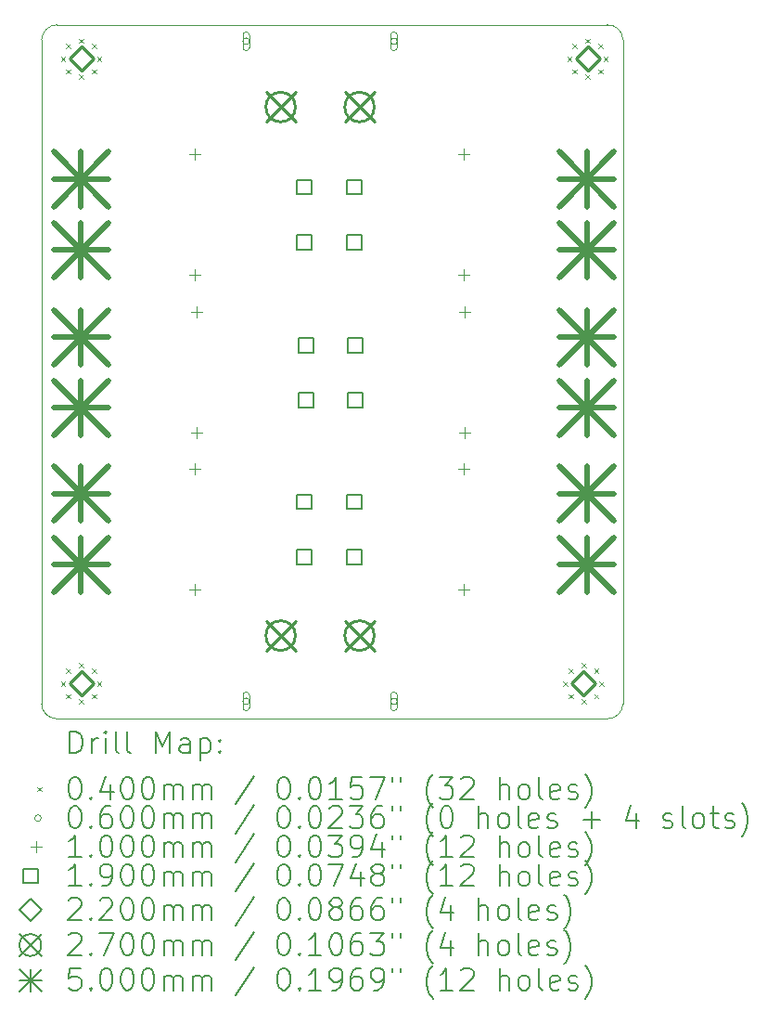
<source format=gbr>
%TF.GenerationSoftware,KiCad,Pcbnew,8.0.4*%
%TF.CreationDate,2024-10-15T19:46:03+02:00*%
%TF.ProjectId,power_hat,706f7765-725f-4686-9174-2e6b69636164,rev?*%
%TF.SameCoordinates,Original*%
%TF.FileFunction,Drillmap*%
%TF.FilePolarity,Positive*%
%FSLAX45Y45*%
G04 Gerber Fmt 4.5, Leading zero omitted, Abs format (unit mm)*
G04 Created by KiCad (PCBNEW 8.0.4) date 2024-10-15 19:46:03*
%MOMM*%
%LPD*%
G01*
G04 APERTURE LIST*
%ADD10C,0.050000*%
%ADD11C,0.200000*%
%ADD12C,0.100000*%
%ADD13C,0.190000*%
%ADD14C,0.220000*%
%ADD15C,0.270000*%
%ADD16C,0.500000*%
G04 APERTURE END LIST*
D10*
X11107500Y-6242500D02*
G75*
G02*
X11247507Y-6102490I142430J-2420D01*
G01*
X16270000Y-6102500D02*
G75*
G02*
X16415024Y-6240023I7310J-137520D01*
G01*
X16415045Y-12292780D02*
G75*
G02*
X16277523Y-12430295I-137515J0D01*
G01*
X16415023Y-12292523D02*
X16415023Y-6240023D01*
X11245000Y-12430302D02*
G75*
G02*
X11107478Y-12292780I0J137522D01*
G01*
X11107500Y-12292523D02*
X11107500Y-6242500D01*
X16270000Y-6102500D02*
X11247500Y-6102500D01*
X11245000Y-12430302D02*
X16277500Y-12430302D01*
D11*
D12*
X11285000Y-6392500D02*
X11325000Y-6432500D01*
X11325000Y-6392500D02*
X11285000Y-6432500D01*
X11285000Y-12090000D02*
X11325000Y-12130000D01*
X11325000Y-12090000D02*
X11285000Y-12130000D01*
X11333327Y-6275827D02*
X11373327Y-6315827D01*
X11373327Y-6275827D02*
X11333327Y-6315827D01*
X11333327Y-6509173D02*
X11373327Y-6549173D01*
X11373327Y-6509173D02*
X11333327Y-6549173D01*
X11333327Y-11973327D02*
X11373327Y-12013327D01*
X11373327Y-11973327D02*
X11333327Y-12013327D01*
X11333327Y-12206673D02*
X11373327Y-12246673D01*
X11373327Y-12206673D02*
X11333327Y-12246673D01*
X11450000Y-6227500D02*
X11490000Y-6267500D01*
X11490000Y-6227500D02*
X11450000Y-6267500D01*
X11450000Y-6557500D02*
X11490000Y-6597500D01*
X11490000Y-6557500D02*
X11450000Y-6597500D01*
X11450000Y-11925000D02*
X11490000Y-11965000D01*
X11490000Y-11925000D02*
X11450000Y-11965000D01*
X11450000Y-12255000D02*
X11490000Y-12295000D01*
X11490000Y-12255000D02*
X11450000Y-12295000D01*
X11566673Y-6275827D02*
X11606673Y-6315827D01*
X11606673Y-6275827D02*
X11566673Y-6315827D01*
X11566673Y-6509173D02*
X11606673Y-6549173D01*
X11606673Y-6509173D02*
X11566673Y-6549173D01*
X11566673Y-11973327D02*
X11606673Y-12013327D01*
X11606673Y-11973327D02*
X11566673Y-12013327D01*
X11566673Y-12206673D02*
X11606673Y-12246673D01*
X11606673Y-12206673D02*
X11566673Y-12246673D01*
X11615000Y-6392500D02*
X11655000Y-6432500D01*
X11655000Y-6392500D02*
X11615000Y-6432500D01*
X11615000Y-12090000D02*
X11655000Y-12130000D01*
X11655000Y-12090000D02*
X11615000Y-12130000D01*
X15870000Y-12090000D02*
X15910000Y-12130000D01*
X15910000Y-12090000D02*
X15870000Y-12130000D01*
X15907500Y-6392500D02*
X15947500Y-6432500D01*
X15947500Y-6392500D02*
X15907500Y-6432500D01*
X15918327Y-11973327D02*
X15958327Y-12013327D01*
X15958327Y-11973327D02*
X15918327Y-12013327D01*
X15918327Y-12206673D02*
X15958327Y-12246673D01*
X15958327Y-12206673D02*
X15918327Y-12246673D01*
X15955827Y-6275827D02*
X15995827Y-6315827D01*
X15995827Y-6275827D02*
X15955827Y-6315827D01*
X15955827Y-6509173D02*
X15995827Y-6549173D01*
X15995827Y-6509173D02*
X15955827Y-6549173D01*
X16035000Y-11925000D02*
X16075000Y-11965000D01*
X16075000Y-11925000D02*
X16035000Y-11965000D01*
X16035000Y-12255000D02*
X16075000Y-12295000D01*
X16075000Y-12255000D02*
X16035000Y-12295000D01*
X16072500Y-6227500D02*
X16112500Y-6267500D01*
X16112500Y-6227500D02*
X16072500Y-6267500D01*
X16072500Y-6557500D02*
X16112500Y-6597500D01*
X16112500Y-6557500D02*
X16072500Y-6597500D01*
X16151673Y-11973327D02*
X16191673Y-12013327D01*
X16191673Y-11973327D02*
X16151673Y-12013327D01*
X16151673Y-12206673D02*
X16191673Y-12246673D01*
X16191673Y-12206673D02*
X16151673Y-12246673D01*
X16189173Y-6275827D02*
X16229173Y-6315827D01*
X16229173Y-6275827D02*
X16189173Y-6315827D01*
X16189173Y-6509173D02*
X16229173Y-6549173D01*
X16229173Y-6509173D02*
X16189173Y-6549173D01*
X16200000Y-12090000D02*
X16240000Y-12130000D01*
X16240000Y-12090000D02*
X16200000Y-12130000D01*
X16237500Y-6392500D02*
X16277500Y-6432500D01*
X16277500Y-6392500D02*
X16237500Y-6432500D01*
X13005000Y-6252500D02*
G75*
G02*
X12945000Y-6252500I-30000J0D01*
G01*
X12945000Y-6252500D02*
G75*
G02*
X13005000Y-6252500I30000J0D01*
G01*
X12945000Y-6197500D02*
X12945000Y-6307500D01*
X13005000Y-6307500D02*
G75*
G02*
X12945000Y-6307500I-30000J0D01*
G01*
X13005000Y-6307500D02*
X13005000Y-6197500D01*
X13005000Y-6197500D02*
G75*
G03*
X12945000Y-6197500I-30000J0D01*
G01*
X13005000Y-12272500D02*
G75*
G02*
X12945000Y-12272500I-30000J0D01*
G01*
X12945000Y-12272500D02*
G75*
G02*
X13005000Y-12272500I30000J0D01*
G01*
X13005000Y-12327500D02*
X13005000Y-12217500D01*
X12945000Y-12217500D02*
G75*
G02*
X13005000Y-12217500I30000J0D01*
G01*
X12945000Y-12217500D02*
X12945000Y-12327500D01*
X12945000Y-12327500D02*
G75*
G03*
X13005000Y-12327500I30000J0D01*
G01*
X14355000Y-6252500D02*
G75*
G02*
X14295000Y-6252500I-30000J0D01*
G01*
X14295000Y-6252500D02*
G75*
G02*
X14355000Y-6252500I30000J0D01*
G01*
X14295000Y-6197500D02*
X14295000Y-6307500D01*
X14355000Y-6307500D02*
G75*
G02*
X14295000Y-6307500I-30000J0D01*
G01*
X14355000Y-6307500D02*
X14355000Y-6197500D01*
X14355000Y-6197500D02*
G75*
G03*
X14295000Y-6197500I-30000J0D01*
G01*
X14355000Y-12272500D02*
G75*
G02*
X14295000Y-12272500I-30000J0D01*
G01*
X14295000Y-12272500D02*
G75*
G02*
X14355000Y-12272500I30000J0D01*
G01*
X14355000Y-12327500D02*
X14355000Y-12217500D01*
X14295000Y-12217500D02*
G75*
G02*
X14355000Y-12217500I30000J0D01*
G01*
X14295000Y-12217500D02*
X14295000Y-12327500D01*
X14295000Y-12327500D02*
G75*
G03*
X14355000Y-12327500I30000J0D01*
G01*
X12507500Y-7232500D02*
X12507500Y-7332500D01*
X12457500Y-7282500D02*
X12557500Y-7282500D01*
X12507500Y-8332500D02*
X12507500Y-8432500D01*
X12457500Y-8382500D02*
X12557500Y-8382500D01*
X12507500Y-10102500D02*
X12507500Y-10202500D01*
X12457500Y-10152500D02*
X12557500Y-10152500D01*
X12507500Y-11202500D02*
X12507500Y-11302500D01*
X12457500Y-11252500D02*
X12557500Y-11252500D01*
X12521875Y-8672500D02*
X12521875Y-8772500D01*
X12471875Y-8722500D02*
X12571875Y-8722500D01*
X12521875Y-9772500D02*
X12521875Y-9872500D01*
X12471875Y-9822500D02*
X12571875Y-9822500D01*
X14962500Y-7232500D02*
X14962500Y-7332500D01*
X14912500Y-7282500D02*
X15012500Y-7282500D01*
X14962500Y-8332500D02*
X14962500Y-8432500D01*
X14912500Y-8382500D02*
X15012500Y-8382500D01*
X14962500Y-10102500D02*
X14962500Y-10202500D01*
X14912500Y-10152500D02*
X15012500Y-10152500D01*
X14962500Y-11202500D02*
X14962500Y-11302500D01*
X14912500Y-11252500D02*
X15012500Y-11252500D01*
X14973125Y-8672500D02*
X14973125Y-8772500D01*
X14923125Y-8722500D02*
X15023125Y-8722500D01*
X14973125Y-9772500D02*
X14973125Y-9872500D01*
X14923125Y-9822500D02*
X15023125Y-9822500D01*
D13*
X13574676Y-7649676D02*
X13574676Y-7515324D01*
X13440324Y-7515324D01*
X13440324Y-7649676D01*
X13574676Y-7649676D01*
X13574676Y-8149676D02*
X13574676Y-8015324D01*
X13440324Y-8015324D01*
X13440324Y-8149676D01*
X13574676Y-8149676D01*
X13574676Y-10519676D02*
X13574676Y-10385324D01*
X13440324Y-10385324D01*
X13440324Y-10519676D01*
X13574676Y-10519676D01*
X13574676Y-11019676D02*
X13574676Y-10885324D01*
X13440324Y-10885324D01*
X13440324Y-11019676D01*
X13574676Y-11019676D01*
X13589051Y-9089676D02*
X13589051Y-8955324D01*
X13454699Y-8955324D01*
X13454699Y-9089676D01*
X13589051Y-9089676D01*
X13589051Y-9589676D02*
X13589051Y-9455324D01*
X13454699Y-9455324D01*
X13454699Y-9589676D01*
X13589051Y-9589676D01*
X14029676Y-7649676D02*
X14029676Y-7515324D01*
X13895324Y-7515324D01*
X13895324Y-7649676D01*
X14029676Y-7649676D01*
X14029676Y-8149676D02*
X14029676Y-8015324D01*
X13895324Y-8015324D01*
X13895324Y-8149676D01*
X14029676Y-8149676D01*
X14029676Y-10519676D02*
X14029676Y-10385324D01*
X13895324Y-10385324D01*
X13895324Y-10519676D01*
X14029676Y-10519676D01*
X14029676Y-11019676D02*
X14029676Y-10885324D01*
X13895324Y-10885324D01*
X13895324Y-11019676D01*
X14029676Y-11019676D01*
X14040301Y-9089676D02*
X14040301Y-8955324D01*
X13905949Y-8955324D01*
X13905949Y-9089676D01*
X14040301Y-9089676D01*
X14040301Y-9589676D02*
X14040301Y-9455324D01*
X13905949Y-9455324D01*
X13905949Y-9589676D01*
X14040301Y-9589676D01*
D14*
X11470000Y-6522500D02*
X11580000Y-6412500D01*
X11470000Y-6302500D01*
X11360000Y-6412500D01*
X11470000Y-6522500D01*
X11470000Y-12220000D02*
X11580000Y-12110000D01*
X11470000Y-12000000D01*
X11360000Y-12110000D01*
X11470000Y-12220000D01*
X16055000Y-12220000D02*
X16165000Y-12110000D01*
X16055000Y-12000000D01*
X15945000Y-12110000D01*
X16055000Y-12220000D01*
X16092500Y-6522500D02*
X16202500Y-6412500D01*
X16092500Y-6302500D01*
X15982500Y-6412500D01*
X16092500Y-6522500D01*
D15*
X13155000Y-6717500D02*
X13425000Y-6987500D01*
X13425000Y-6717500D02*
X13155000Y-6987500D01*
X13425000Y-6852500D02*
G75*
G02*
X13155000Y-6852500I-135000J0D01*
G01*
X13155000Y-6852500D02*
G75*
G02*
X13425000Y-6852500I135000J0D01*
G01*
X13155000Y-11537500D02*
X13425000Y-11807500D01*
X13425000Y-11537500D02*
X13155000Y-11807500D01*
X13425000Y-11672500D02*
G75*
G02*
X13155000Y-11672500I-135000J0D01*
G01*
X13155000Y-11672500D02*
G75*
G02*
X13425000Y-11672500I135000J0D01*
G01*
X13875000Y-6717500D02*
X14145000Y-6987500D01*
X14145000Y-6717500D02*
X13875000Y-6987500D01*
X14145000Y-6852500D02*
G75*
G02*
X13875000Y-6852500I-135000J0D01*
G01*
X13875000Y-6852500D02*
G75*
G02*
X14145000Y-6852500I135000J0D01*
G01*
X13875000Y-11537500D02*
X14145000Y-11807500D01*
X14145000Y-11537500D02*
X13875000Y-11807500D01*
X14145000Y-11672500D02*
G75*
G02*
X13875000Y-11672500I-135000J0D01*
G01*
X13875000Y-11672500D02*
G75*
G02*
X14145000Y-11672500I135000J0D01*
G01*
D16*
X11217500Y-7260000D02*
X11717500Y-7760000D01*
X11717500Y-7260000D02*
X11217500Y-7760000D01*
X11467500Y-7260000D02*
X11467500Y-7760000D01*
X11217500Y-7510000D02*
X11717500Y-7510000D01*
X11217500Y-7905000D02*
X11717500Y-8405000D01*
X11717500Y-7905000D02*
X11217500Y-8405000D01*
X11467500Y-7905000D02*
X11467500Y-8405000D01*
X11217500Y-8155000D02*
X11717500Y-8155000D01*
X11217500Y-8700000D02*
X11717500Y-9200000D01*
X11717500Y-8700000D02*
X11217500Y-9200000D01*
X11467500Y-8700000D02*
X11467500Y-9200000D01*
X11217500Y-8950000D02*
X11717500Y-8950000D01*
X11217500Y-9345000D02*
X11717500Y-9845000D01*
X11717500Y-9345000D02*
X11217500Y-9845000D01*
X11467500Y-9345000D02*
X11467500Y-9845000D01*
X11217500Y-9595000D02*
X11717500Y-9595000D01*
X11217500Y-10130000D02*
X11717500Y-10630000D01*
X11717500Y-10130000D02*
X11217500Y-10630000D01*
X11467500Y-10130000D02*
X11467500Y-10630000D01*
X11217500Y-10380000D02*
X11717500Y-10380000D01*
X11217500Y-10775000D02*
X11717500Y-11275000D01*
X11717500Y-10775000D02*
X11217500Y-11275000D01*
X11467500Y-10775000D02*
X11467500Y-11275000D01*
X11217500Y-11025000D02*
X11717500Y-11025000D01*
X15835000Y-7260000D02*
X16335000Y-7760000D01*
X16335000Y-7260000D02*
X15835000Y-7760000D01*
X16085000Y-7260000D02*
X16085000Y-7760000D01*
X15835000Y-7510000D02*
X16335000Y-7510000D01*
X15835000Y-7905000D02*
X16335000Y-8405000D01*
X16335000Y-7905000D02*
X15835000Y-8405000D01*
X16085000Y-7905000D02*
X16085000Y-8405000D01*
X15835000Y-8155000D02*
X16335000Y-8155000D01*
X15835000Y-8700000D02*
X16335000Y-9200000D01*
X16335000Y-8700000D02*
X15835000Y-9200000D01*
X16085000Y-8700000D02*
X16085000Y-9200000D01*
X15835000Y-8950000D02*
X16335000Y-8950000D01*
X15835000Y-9345000D02*
X16335000Y-9845000D01*
X16335000Y-9345000D02*
X15835000Y-9845000D01*
X16085000Y-9345000D02*
X16085000Y-9845000D01*
X15835000Y-9595000D02*
X16335000Y-9595000D01*
X15835000Y-10130000D02*
X16335000Y-10630000D01*
X16335000Y-10130000D02*
X15835000Y-10630000D01*
X16085000Y-10130000D02*
X16085000Y-10630000D01*
X15835000Y-10380000D02*
X16335000Y-10380000D01*
X15835000Y-10775000D02*
X16335000Y-11275000D01*
X16335000Y-10775000D02*
X15835000Y-11275000D01*
X16085000Y-10775000D02*
X16085000Y-11275000D01*
X15835000Y-11025000D02*
X16335000Y-11025000D01*
D11*
X11365754Y-12744286D02*
X11365754Y-12544286D01*
X11365754Y-12544286D02*
X11413373Y-12544286D01*
X11413373Y-12544286D02*
X11441945Y-12553810D01*
X11441945Y-12553810D02*
X11460992Y-12572858D01*
X11460992Y-12572858D02*
X11470516Y-12591905D01*
X11470516Y-12591905D02*
X11480040Y-12630000D01*
X11480040Y-12630000D02*
X11480040Y-12658572D01*
X11480040Y-12658572D02*
X11470516Y-12696667D01*
X11470516Y-12696667D02*
X11460992Y-12715715D01*
X11460992Y-12715715D02*
X11441945Y-12734762D01*
X11441945Y-12734762D02*
X11413373Y-12744286D01*
X11413373Y-12744286D02*
X11365754Y-12744286D01*
X11565754Y-12744286D02*
X11565754Y-12610953D01*
X11565754Y-12649048D02*
X11575278Y-12630000D01*
X11575278Y-12630000D02*
X11584802Y-12620477D01*
X11584802Y-12620477D02*
X11603849Y-12610953D01*
X11603849Y-12610953D02*
X11622897Y-12610953D01*
X11689564Y-12744286D02*
X11689564Y-12610953D01*
X11689564Y-12544286D02*
X11680040Y-12553810D01*
X11680040Y-12553810D02*
X11689564Y-12563334D01*
X11689564Y-12563334D02*
X11699087Y-12553810D01*
X11699087Y-12553810D02*
X11689564Y-12544286D01*
X11689564Y-12544286D02*
X11689564Y-12563334D01*
X11813373Y-12744286D02*
X11794325Y-12734762D01*
X11794325Y-12734762D02*
X11784802Y-12715715D01*
X11784802Y-12715715D02*
X11784802Y-12544286D01*
X11918135Y-12744286D02*
X11899087Y-12734762D01*
X11899087Y-12734762D02*
X11889564Y-12715715D01*
X11889564Y-12715715D02*
X11889564Y-12544286D01*
X12146706Y-12744286D02*
X12146706Y-12544286D01*
X12146706Y-12544286D02*
X12213373Y-12687143D01*
X12213373Y-12687143D02*
X12280040Y-12544286D01*
X12280040Y-12544286D02*
X12280040Y-12744286D01*
X12460992Y-12744286D02*
X12460992Y-12639524D01*
X12460992Y-12639524D02*
X12451468Y-12620477D01*
X12451468Y-12620477D02*
X12432421Y-12610953D01*
X12432421Y-12610953D02*
X12394325Y-12610953D01*
X12394325Y-12610953D02*
X12375278Y-12620477D01*
X12460992Y-12734762D02*
X12441945Y-12744286D01*
X12441945Y-12744286D02*
X12394325Y-12744286D01*
X12394325Y-12744286D02*
X12375278Y-12734762D01*
X12375278Y-12734762D02*
X12365754Y-12715715D01*
X12365754Y-12715715D02*
X12365754Y-12696667D01*
X12365754Y-12696667D02*
X12375278Y-12677619D01*
X12375278Y-12677619D02*
X12394325Y-12668096D01*
X12394325Y-12668096D02*
X12441945Y-12668096D01*
X12441945Y-12668096D02*
X12460992Y-12658572D01*
X12556230Y-12610953D02*
X12556230Y-12810953D01*
X12556230Y-12620477D02*
X12575278Y-12610953D01*
X12575278Y-12610953D02*
X12613373Y-12610953D01*
X12613373Y-12610953D02*
X12632421Y-12620477D01*
X12632421Y-12620477D02*
X12641945Y-12630000D01*
X12641945Y-12630000D02*
X12651468Y-12649048D01*
X12651468Y-12649048D02*
X12651468Y-12706191D01*
X12651468Y-12706191D02*
X12641945Y-12725238D01*
X12641945Y-12725238D02*
X12632421Y-12734762D01*
X12632421Y-12734762D02*
X12613373Y-12744286D01*
X12613373Y-12744286D02*
X12575278Y-12744286D01*
X12575278Y-12744286D02*
X12556230Y-12734762D01*
X12737183Y-12725238D02*
X12746706Y-12734762D01*
X12746706Y-12734762D02*
X12737183Y-12744286D01*
X12737183Y-12744286D02*
X12727659Y-12734762D01*
X12727659Y-12734762D02*
X12737183Y-12725238D01*
X12737183Y-12725238D02*
X12737183Y-12744286D01*
X12737183Y-12620477D02*
X12746706Y-12630000D01*
X12746706Y-12630000D02*
X12737183Y-12639524D01*
X12737183Y-12639524D02*
X12727659Y-12630000D01*
X12727659Y-12630000D02*
X12737183Y-12620477D01*
X12737183Y-12620477D02*
X12737183Y-12639524D01*
D12*
X11064977Y-13052802D02*
X11104977Y-13092802D01*
X11104977Y-13052802D02*
X11064977Y-13092802D01*
D11*
X11403849Y-12964286D02*
X11422897Y-12964286D01*
X11422897Y-12964286D02*
X11441945Y-12973810D01*
X11441945Y-12973810D02*
X11451468Y-12983334D01*
X11451468Y-12983334D02*
X11460992Y-13002381D01*
X11460992Y-13002381D02*
X11470516Y-13040477D01*
X11470516Y-13040477D02*
X11470516Y-13088096D01*
X11470516Y-13088096D02*
X11460992Y-13126191D01*
X11460992Y-13126191D02*
X11451468Y-13145238D01*
X11451468Y-13145238D02*
X11441945Y-13154762D01*
X11441945Y-13154762D02*
X11422897Y-13164286D01*
X11422897Y-13164286D02*
X11403849Y-13164286D01*
X11403849Y-13164286D02*
X11384802Y-13154762D01*
X11384802Y-13154762D02*
X11375278Y-13145238D01*
X11375278Y-13145238D02*
X11365754Y-13126191D01*
X11365754Y-13126191D02*
X11356230Y-13088096D01*
X11356230Y-13088096D02*
X11356230Y-13040477D01*
X11356230Y-13040477D02*
X11365754Y-13002381D01*
X11365754Y-13002381D02*
X11375278Y-12983334D01*
X11375278Y-12983334D02*
X11384802Y-12973810D01*
X11384802Y-12973810D02*
X11403849Y-12964286D01*
X11556230Y-13145238D02*
X11565754Y-13154762D01*
X11565754Y-13154762D02*
X11556230Y-13164286D01*
X11556230Y-13164286D02*
X11546706Y-13154762D01*
X11546706Y-13154762D02*
X11556230Y-13145238D01*
X11556230Y-13145238D02*
X11556230Y-13164286D01*
X11737183Y-13030953D02*
X11737183Y-13164286D01*
X11689564Y-12954762D02*
X11641945Y-13097619D01*
X11641945Y-13097619D02*
X11765754Y-13097619D01*
X11880040Y-12964286D02*
X11899087Y-12964286D01*
X11899087Y-12964286D02*
X11918135Y-12973810D01*
X11918135Y-12973810D02*
X11927659Y-12983334D01*
X11927659Y-12983334D02*
X11937183Y-13002381D01*
X11937183Y-13002381D02*
X11946706Y-13040477D01*
X11946706Y-13040477D02*
X11946706Y-13088096D01*
X11946706Y-13088096D02*
X11937183Y-13126191D01*
X11937183Y-13126191D02*
X11927659Y-13145238D01*
X11927659Y-13145238D02*
X11918135Y-13154762D01*
X11918135Y-13154762D02*
X11899087Y-13164286D01*
X11899087Y-13164286D02*
X11880040Y-13164286D01*
X11880040Y-13164286D02*
X11860992Y-13154762D01*
X11860992Y-13154762D02*
X11851468Y-13145238D01*
X11851468Y-13145238D02*
X11841945Y-13126191D01*
X11841945Y-13126191D02*
X11832421Y-13088096D01*
X11832421Y-13088096D02*
X11832421Y-13040477D01*
X11832421Y-13040477D02*
X11841945Y-13002381D01*
X11841945Y-13002381D02*
X11851468Y-12983334D01*
X11851468Y-12983334D02*
X11860992Y-12973810D01*
X11860992Y-12973810D02*
X11880040Y-12964286D01*
X12070516Y-12964286D02*
X12089564Y-12964286D01*
X12089564Y-12964286D02*
X12108611Y-12973810D01*
X12108611Y-12973810D02*
X12118135Y-12983334D01*
X12118135Y-12983334D02*
X12127659Y-13002381D01*
X12127659Y-13002381D02*
X12137183Y-13040477D01*
X12137183Y-13040477D02*
X12137183Y-13088096D01*
X12137183Y-13088096D02*
X12127659Y-13126191D01*
X12127659Y-13126191D02*
X12118135Y-13145238D01*
X12118135Y-13145238D02*
X12108611Y-13154762D01*
X12108611Y-13154762D02*
X12089564Y-13164286D01*
X12089564Y-13164286D02*
X12070516Y-13164286D01*
X12070516Y-13164286D02*
X12051468Y-13154762D01*
X12051468Y-13154762D02*
X12041945Y-13145238D01*
X12041945Y-13145238D02*
X12032421Y-13126191D01*
X12032421Y-13126191D02*
X12022897Y-13088096D01*
X12022897Y-13088096D02*
X12022897Y-13040477D01*
X12022897Y-13040477D02*
X12032421Y-13002381D01*
X12032421Y-13002381D02*
X12041945Y-12983334D01*
X12041945Y-12983334D02*
X12051468Y-12973810D01*
X12051468Y-12973810D02*
X12070516Y-12964286D01*
X12222897Y-13164286D02*
X12222897Y-13030953D01*
X12222897Y-13050000D02*
X12232421Y-13040477D01*
X12232421Y-13040477D02*
X12251468Y-13030953D01*
X12251468Y-13030953D02*
X12280040Y-13030953D01*
X12280040Y-13030953D02*
X12299087Y-13040477D01*
X12299087Y-13040477D02*
X12308611Y-13059524D01*
X12308611Y-13059524D02*
X12308611Y-13164286D01*
X12308611Y-13059524D02*
X12318135Y-13040477D01*
X12318135Y-13040477D02*
X12337183Y-13030953D01*
X12337183Y-13030953D02*
X12365754Y-13030953D01*
X12365754Y-13030953D02*
X12384802Y-13040477D01*
X12384802Y-13040477D02*
X12394326Y-13059524D01*
X12394326Y-13059524D02*
X12394326Y-13164286D01*
X12489564Y-13164286D02*
X12489564Y-13030953D01*
X12489564Y-13050000D02*
X12499087Y-13040477D01*
X12499087Y-13040477D02*
X12518135Y-13030953D01*
X12518135Y-13030953D02*
X12546707Y-13030953D01*
X12546707Y-13030953D02*
X12565754Y-13040477D01*
X12565754Y-13040477D02*
X12575278Y-13059524D01*
X12575278Y-13059524D02*
X12575278Y-13164286D01*
X12575278Y-13059524D02*
X12584802Y-13040477D01*
X12584802Y-13040477D02*
X12603849Y-13030953D01*
X12603849Y-13030953D02*
X12632421Y-13030953D01*
X12632421Y-13030953D02*
X12651468Y-13040477D01*
X12651468Y-13040477D02*
X12660992Y-13059524D01*
X12660992Y-13059524D02*
X12660992Y-13164286D01*
X13051468Y-12954762D02*
X12880040Y-13211905D01*
X13308611Y-12964286D02*
X13327659Y-12964286D01*
X13327659Y-12964286D02*
X13346707Y-12973810D01*
X13346707Y-12973810D02*
X13356230Y-12983334D01*
X13356230Y-12983334D02*
X13365754Y-13002381D01*
X13365754Y-13002381D02*
X13375278Y-13040477D01*
X13375278Y-13040477D02*
X13375278Y-13088096D01*
X13375278Y-13088096D02*
X13365754Y-13126191D01*
X13365754Y-13126191D02*
X13356230Y-13145238D01*
X13356230Y-13145238D02*
X13346707Y-13154762D01*
X13346707Y-13154762D02*
X13327659Y-13164286D01*
X13327659Y-13164286D02*
X13308611Y-13164286D01*
X13308611Y-13164286D02*
X13289564Y-13154762D01*
X13289564Y-13154762D02*
X13280040Y-13145238D01*
X13280040Y-13145238D02*
X13270516Y-13126191D01*
X13270516Y-13126191D02*
X13260992Y-13088096D01*
X13260992Y-13088096D02*
X13260992Y-13040477D01*
X13260992Y-13040477D02*
X13270516Y-13002381D01*
X13270516Y-13002381D02*
X13280040Y-12983334D01*
X13280040Y-12983334D02*
X13289564Y-12973810D01*
X13289564Y-12973810D02*
X13308611Y-12964286D01*
X13460992Y-13145238D02*
X13470516Y-13154762D01*
X13470516Y-13154762D02*
X13460992Y-13164286D01*
X13460992Y-13164286D02*
X13451469Y-13154762D01*
X13451469Y-13154762D02*
X13460992Y-13145238D01*
X13460992Y-13145238D02*
X13460992Y-13164286D01*
X13594326Y-12964286D02*
X13613373Y-12964286D01*
X13613373Y-12964286D02*
X13632421Y-12973810D01*
X13632421Y-12973810D02*
X13641945Y-12983334D01*
X13641945Y-12983334D02*
X13651469Y-13002381D01*
X13651469Y-13002381D02*
X13660992Y-13040477D01*
X13660992Y-13040477D02*
X13660992Y-13088096D01*
X13660992Y-13088096D02*
X13651469Y-13126191D01*
X13651469Y-13126191D02*
X13641945Y-13145238D01*
X13641945Y-13145238D02*
X13632421Y-13154762D01*
X13632421Y-13154762D02*
X13613373Y-13164286D01*
X13613373Y-13164286D02*
X13594326Y-13164286D01*
X13594326Y-13164286D02*
X13575278Y-13154762D01*
X13575278Y-13154762D02*
X13565754Y-13145238D01*
X13565754Y-13145238D02*
X13556230Y-13126191D01*
X13556230Y-13126191D02*
X13546707Y-13088096D01*
X13546707Y-13088096D02*
X13546707Y-13040477D01*
X13546707Y-13040477D02*
X13556230Y-13002381D01*
X13556230Y-13002381D02*
X13565754Y-12983334D01*
X13565754Y-12983334D02*
X13575278Y-12973810D01*
X13575278Y-12973810D02*
X13594326Y-12964286D01*
X13851469Y-13164286D02*
X13737183Y-13164286D01*
X13794326Y-13164286D02*
X13794326Y-12964286D01*
X13794326Y-12964286D02*
X13775278Y-12992858D01*
X13775278Y-12992858D02*
X13756230Y-13011905D01*
X13756230Y-13011905D02*
X13737183Y-13021429D01*
X14032421Y-12964286D02*
X13937183Y-12964286D01*
X13937183Y-12964286D02*
X13927659Y-13059524D01*
X13927659Y-13059524D02*
X13937183Y-13050000D01*
X13937183Y-13050000D02*
X13956230Y-13040477D01*
X13956230Y-13040477D02*
X14003850Y-13040477D01*
X14003850Y-13040477D02*
X14022897Y-13050000D01*
X14022897Y-13050000D02*
X14032421Y-13059524D01*
X14032421Y-13059524D02*
X14041945Y-13078572D01*
X14041945Y-13078572D02*
X14041945Y-13126191D01*
X14041945Y-13126191D02*
X14032421Y-13145238D01*
X14032421Y-13145238D02*
X14022897Y-13154762D01*
X14022897Y-13154762D02*
X14003850Y-13164286D01*
X14003850Y-13164286D02*
X13956230Y-13164286D01*
X13956230Y-13164286D02*
X13937183Y-13154762D01*
X13937183Y-13154762D02*
X13927659Y-13145238D01*
X14108611Y-12964286D02*
X14241945Y-12964286D01*
X14241945Y-12964286D02*
X14156230Y-13164286D01*
X14308611Y-12964286D02*
X14308611Y-13002381D01*
X14384802Y-12964286D02*
X14384802Y-13002381D01*
X14680040Y-13240477D02*
X14670516Y-13230953D01*
X14670516Y-13230953D02*
X14651469Y-13202381D01*
X14651469Y-13202381D02*
X14641945Y-13183334D01*
X14641945Y-13183334D02*
X14632421Y-13154762D01*
X14632421Y-13154762D02*
X14622897Y-13107143D01*
X14622897Y-13107143D02*
X14622897Y-13069048D01*
X14622897Y-13069048D02*
X14632421Y-13021429D01*
X14632421Y-13021429D02*
X14641945Y-12992858D01*
X14641945Y-12992858D02*
X14651469Y-12973810D01*
X14651469Y-12973810D02*
X14670516Y-12945238D01*
X14670516Y-12945238D02*
X14680040Y-12935715D01*
X14737183Y-12964286D02*
X14860992Y-12964286D01*
X14860992Y-12964286D02*
X14794326Y-13040477D01*
X14794326Y-13040477D02*
X14822897Y-13040477D01*
X14822897Y-13040477D02*
X14841945Y-13050000D01*
X14841945Y-13050000D02*
X14851469Y-13059524D01*
X14851469Y-13059524D02*
X14860992Y-13078572D01*
X14860992Y-13078572D02*
X14860992Y-13126191D01*
X14860992Y-13126191D02*
X14851469Y-13145238D01*
X14851469Y-13145238D02*
X14841945Y-13154762D01*
X14841945Y-13154762D02*
X14822897Y-13164286D01*
X14822897Y-13164286D02*
X14765754Y-13164286D01*
X14765754Y-13164286D02*
X14746707Y-13154762D01*
X14746707Y-13154762D02*
X14737183Y-13145238D01*
X14937183Y-12983334D02*
X14946707Y-12973810D01*
X14946707Y-12973810D02*
X14965754Y-12964286D01*
X14965754Y-12964286D02*
X15013373Y-12964286D01*
X15013373Y-12964286D02*
X15032421Y-12973810D01*
X15032421Y-12973810D02*
X15041945Y-12983334D01*
X15041945Y-12983334D02*
X15051469Y-13002381D01*
X15051469Y-13002381D02*
X15051469Y-13021429D01*
X15051469Y-13021429D02*
X15041945Y-13050000D01*
X15041945Y-13050000D02*
X14927659Y-13164286D01*
X14927659Y-13164286D02*
X15051469Y-13164286D01*
X15289564Y-13164286D02*
X15289564Y-12964286D01*
X15375278Y-13164286D02*
X15375278Y-13059524D01*
X15375278Y-13059524D02*
X15365754Y-13040477D01*
X15365754Y-13040477D02*
X15346707Y-13030953D01*
X15346707Y-13030953D02*
X15318135Y-13030953D01*
X15318135Y-13030953D02*
X15299088Y-13040477D01*
X15299088Y-13040477D02*
X15289564Y-13050000D01*
X15499088Y-13164286D02*
X15480040Y-13154762D01*
X15480040Y-13154762D02*
X15470516Y-13145238D01*
X15470516Y-13145238D02*
X15460993Y-13126191D01*
X15460993Y-13126191D02*
X15460993Y-13069048D01*
X15460993Y-13069048D02*
X15470516Y-13050000D01*
X15470516Y-13050000D02*
X15480040Y-13040477D01*
X15480040Y-13040477D02*
X15499088Y-13030953D01*
X15499088Y-13030953D02*
X15527659Y-13030953D01*
X15527659Y-13030953D02*
X15546707Y-13040477D01*
X15546707Y-13040477D02*
X15556231Y-13050000D01*
X15556231Y-13050000D02*
X15565754Y-13069048D01*
X15565754Y-13069048D02*
X15565754Y-13126191D01*
X15565754Y-13126191D02*
X15556231Y-13145238D01*
X15556231Y-13145238D02*
X15546707Y-13154762D01*
X15546707Y-13154762D02*
X15527659Y-13164286D01*
X15527659Y-13164286D02*
X15499088Y-13164286D01*
X15680040Y-13164286D02*
X15660993Y-13154762D01*
X15660993Y-13154762D02*
X15651469Y-13135715D01*
X15651469Y-13135715D02*
X15651469Y-12964286D01*
X15832421Y-13154762D02*
X15813374Y-13164286D01*
X15813374Y-13164286D02*
X15775278Y-13164286D01*
X15775278Y-13164286D02*
X15756231Y-13154762D01*
X15756231Y-13154762D02*
X15746707Y-13135715D01*
X15746707Y-13135715D02*
X15746707Y-13059524D01*
X15746707Y-13059524D02*
X15756231Y-13040477D01*
X15756231Y-13040477D02*
X15775278Y-13030953D01*
X15775278Y-13030953D02*
X15813374Y-13030953D01*
X15813374Y-13030953D02*
X15832421Y-13040477D01*
X15832421Y-13040477D02*
X15841945Y-13059524D01*
X15841945Y-13059524D02*
X15841945Y-13078572D01*
X15841945Y-13078572D02*
X15746707Y-13097619D01*
X15918135Y-13154762D02*
X15937183Y-13164286D01*
X15937183Y-13164286D02*
X15975278Y-13164286D01*
X15975278Y-13164286D02*
X15994326Y-13154762D01*
X15994326Y-13154762D02*
X16003850Y-13135715D01*
X16003850Y-13135715D02*
X16003850Y-13126191D01*
X16003850Y-13126191D02*
X15994326Y-13107143D01*
X15994326Y-13107143D02*
X15975278Y-13097619D01*
X15975278Y-13097619D02*
X15946707Y-13097619D01*
X15946707Y-13097619D02*
X15927659Y-13088096D01*
X15927659Y-13088096D02*
X15918135Y-13069048D01*
X15918135Y-13069048D02*
X15918135Y-13059524D01*
X15918135Y-13059524D02*
X15927659Y-13040477D01*
X15927659Y-13040477D02*
X15946707Y-13030953D01*
X15946707Y-13030953D02*
X15975278Y-13030953D01*
X15975278Y-13030953D02*
X15994326Y-13040477D01*
X16070516Y-13240477D02*
X16080040Y-13230953D01*
X16080040Y-13230953D02*
X16099088Y-13202381D01*
X16099088Y-13202381D02*
X16108612Y-13183334D01*
X16108612Y-13183334D02*
X16118135Y-13154762D01*
X16118135Y-13154762D02*
X16127659Y-13107143D01*
X16127659Y-13107143D02*
X16127659Y-13069048D01*
X16127659Y-13069048D02*
X16118135Y-13021429D01*
X16118135Y-13021429D02*
X16108612Y-12992858D01*
X16108612Y-12992858D02*
X16099088Y-12973810D01*
X16099088Y-12973810D02*
X16080040Y-12945238D01*
X16080040Y-12945238D02*
X16070516Y-12935715D01*
D12*
X11104977Y-13336802D02*
G75*
G02*
X11044977Y-13336802I-30000J0D01*
G01*
X11044977Y-13336802D02*
G75*
G02*
X11104977Y-13336802I30000J0D01*
G01*
D11*
X11403849Y-13228286D02*
X11422897Y-13228286D01*
X11422897Y-13228286D02*
X11441945Y-13237810D01*
X11441945Y-13237810D02*
X11451468Y-13247334D01*
X11451468Y-13247334D02*
X11460992Y-13266381D01*
X11460992Y-13266381D02*
X11470516Y-13304477D01*
X11470516Y-13304477D02*
X11470516Y-13352096D01*
X11470516Y-13352096D02*
X11460992Y-13390191D01*
X11460992Y-13390191D02*
X11451468Y-13409238D01*
X11451468Y-13409238D02*
X11441945Y-13418762D01*
X11441945Y-13418762D02*
X11422897Y-13428286D01*
X11422897Y-13428286D02*
X11403849Y-13428286D01*
X11403849Y-13428286D02*
X11384802Y-13418762D01*
X11384802Y-13418762D02*
X11375278Y-13409238D01*
X11375278Y-13409238D02*
X11365754Y-13390191D01*
X11365754Y-13390191D02*
X11356230Y-13352096D01*
X11356230Y-13352096D02*
X11356230Y-13304477D01*
X11356230Y-13304477D02*
X11365754Y-13266381D01*
X11365754Y-13266381D02*
X11375278Y-13247334D01*
X11375278Y-13247334D02*
X11384802Y-13237810D01*
X11384802Y-13237810D02*
X11403849Y-13228286D01*
X11556230Y-13409238D02*
X11565754Y-13418762D01*
X11565754Y-13418762D02*
X11556230Y-13428286D01*
X11556230Y-13428286D02*
X11546706Y-13418762D01*
X11546706Y-13418762D02*
X11556230Y-13409238D01*
X11556230Y-13409238D02*
X11556230Y-13428286D01*
X11737183Y-13228286D02*
X11699087Y-13228286D01*
X11699087Y-13228286D02*
X11680040Y-13237810D01*
X11680040Y-13237810D02*
X11670516Y-13247334D01*
X11670516Y-13247334D02*
X11651468Y-13275905D01*
X11651468Y-13275905D02*
X11641945Y-13314000D01*
X11641945Y-13314000D02*
X11641945Y-13390191D01*
X11641945Y-13390191D02*
X11651468Y-13409238D01*
X11651468Y-13409238D02*
X11660992Y-13418762D01*
X11660992Y-13418762D02*
X11680040Y-13428286D01*
X11680040Y-13428286D02*
X11718135Y-13428286D01*
X11718135Y-13428286D02*
X11737183Y-13418762D01*
X11737183Y-13418762D02*
X11746706Y-13409238D01*
X11746706Y-13409238D02*
X11756230Y-13390191D01*
X11756230Y-13390191D02*
X11756230Y-13342572D01*
X11756230Y-13342572D02*
X11746706Y-13323524D01*
X11746706Y-13323524D02*
X11737183Y-13314000D01*
X11737183Y-13314000D02*
X11718135Y-13304477D01*
X11718135Y-13304477D02*
X11680040Y-13304477D01*
X11680040Y-13304477D02*
X11660992Y-13314000D01*
X11660992Y-13314000D02*
X11651468Y-13323524D01*
X11651468Y-13323524D02*
X11641945Y-13342572D01*
X11880040Y-13228286D02*
X11899087Y-13228286D01*
X11899087Y-13228286D02*
X11918135Y-13237810D01*
X11918135Y-13237810D02*
X11927659Y-13247334D01*
X11927659Y-13247334D02*
X11937183Y-13266381D01*
X11937183Y-13266381D02*
X11946706Y-13304477D01*
X11946706Y-13304477D02*
X11946706Y-13352096D01*
X11946706Y-13352096D02*
X11937183Y-13390191D01*
X11937183Y-13390191D02*
X11927659Y-13409238D01*
X11927659Y-13409238D02*
X11918135Y-13418762D01*
X11918135Y-13418762D02*
X11899087Y-13428286D01*
X11899087Y-13428286D02*
X11880040Y-13428286D01*
X11880040Y-13428286D02*
X11860992Y-13418762D01*
X11860992Y-13418762D02*
X11851468Y-13409238D01*
X11851468Y-13409238D02*
X11841945Y-13390191D01*
X11841945Y-13390191D02*
X11832421Y-13352096D01*
X11832421Y-13352096D02*
X11832421Y-13304477D01*
X11832421Y-13304477D02*
X11841945Y-13266381D01*
X11841945Y-13266381D02*
X11851468Y-13247334D01*
X11851468Y-13247334D02*
X11860992Y-13237810D01*
X11860992Y-13237810D02*
X11880040Y-13228286D01*
X12070516Y-13228286D02*
X12089564Y-13228286D01*
X12089564Y-13228286D02*
X12108611Y-13237810D01*
X12108611Y-13237810D02*
X12118135Y-13247334D01*
X12118135Y-13247334D02*
X12127659Y-13266381D01*
X12127659Y-13266381D02*
X12137183Y-13304477D01*
X12137183Y-13304477D02*
X12137183Y-13352096D01*
X12137183Y-13352096D02*
X12127659Y-13390191D01*
X12127659Y-13390191D02*
X12118135Y-13409238D01*
X12118135Y-13409238D02*
X12108611Y-13418762D01*
X12108611Y-13418762D02*
X12089564Y-13428286D01*
X12089564Y-13428286D02*
X12070516Y-13428286D01*
X12070516Y-13428286D02*
X12051468Y-13418762D01*
X12051468Y-13418762D02*
X12041945Y-13409238D01*
X12041945Y-13409238D02*
X12032421Y-13390191D01*
X12032421Y-13390191D02*
X12022897Y-13352096D01*
X12022897Y-13352096D02*
X12022897Y-13304477D01*
X12022897Y-13304477D02*
X12032421Y-13266381D01*
X12032421Y-13266381D02*
X12041945Y-13247334D01*
X12041945Y-13247334D02*
X12051468Y-13237810D01*
X12051468Y-13237810D02*
X12070516Y-13228286D01*
X12222897Y-13428286D02*
X12222897Y-13294953D01*
X12222897Y-13314000D02*
X12232421Y-13304477D01*
X12232421Y-13304477D02*
X12251468Y-13294953D01*
X12251468Y-13294953D02*
X12280040Y-13294953D01*
X12280040Y-13294953D02*
X12299087Y-13304477D01*
X12299087Y-13304477D02*
X12308611Y-13323524D01*
X12308611Y-13323524D02*
X12308611Y-13428286D01*
X12308611Y-13323524D02*
X12318135Y-13304477D01*
X12318135Y-13304477D02*
X12337183Y-13294953D01*
X12337183Y-13294953D02*
X12365754Y-13294953D01*
X12365754Y-13294953D02*
X12384802Y-13304477D01*
X12384802Y-13304477D02*
X12394326Y-13323524D01*
X12394326Y-13323524D02*
X12394326Y-13428286D01*
X12489564Y-13428286D02*
X12489564Y-13294953D01*
X12489564Y-13314000D02*
X12499087Y-13304477D01*
X12499087Y-13304477D02*
X12518135Y-13294953D01*
X12518135Y-13294953D02*
X12546707Y-13294953D01*
X12546707Y-13294953D02*
X12565754Y-13304477D01*
X12565754Y-13304477D02*
X12575278Y-13323524D01*
X12575278Y-13323524D02*
X12575278Y-13428286D01*
X12575278Y-13323524D02*
X12584802Y-13304477D01*
X12584802Y-13304477D02*
X12603849Y-13294953D01*
X12603849Y-13294953D02*
X12632421Y-13294953D01*
X12632421Y-13294953D02*
X12651468Y-13304477D01*
X12651468Y-13304477D02*
X12660992Y-13323524D01*
X12660992Y-13323524D02*
X12660992Y-13428286D01*
X13051468Y-13218762D02*
X12880040Y-13475905D01*
X13308611Y-13228286D02*
X13327659Y-13228286D01*
X13327659Y-13228286D02*
X13346707Y-13237810D01*
X13346707Y-13237810D02*
X13356230Y-13247334D01*
X13356230Y-13247334D02*
X13365754Y-13266381D01*
X13365754Y-13266381D02*
X13375278Y-13304477D01*
X13375278Y-13304477D02*
X13375278Y-13352096D01*
X13375278Y-13352096D02*
X13365754Y-13390191D01*
X13365754Y-13390191D02*
X13356230Y-13409238D01*
X13356230Y-13409238D02*
X13346707Y-13418762D01*
X13346707Y-13418762D02*
X13327659Y-13428286D01*
X13327659Y-13428286D02*
X13308611Y-13428286D01*
X13308611Y-13428286D02*
X13289564Y-13418762D01*
X13289564Y-13418762D02*
X13280040Y-13409238D01*
X13280040Y-13409238D02*
X13270516Y-13390191D01*
X13270516Y-13390191D02*
X13260992Y-13352096D01*
X13260992Y-13352096D02*
X13260992Y-13304477D01*
X13260992Y-13304477D02*
X13270516Y-13266381D01*
X13270516Y-13266381D02*
X13280040Y-13247334D01*
X13280040Y-13247334D02*
X13289564Y-13237810D01*
X13289564Y-13237810D02*
X13308611Y-13228286D01*
X13460992Y-13409238D02*
X13470516Y-13418762D01*
X13470516Y-13418762D02*
X13460992Y-13428286D01*
X13460992Y-13428286D02*
X13451469Y-13418762D01*
X13451469Y-13418762D02*
X13460992Y-13409238D01*
X13460992Y-13409238D02*
X13460992Y-13428286D01*
X13594326Y-13228286D02*
X13613373Y-13228286D01*
X13613373Y-13228286D02*
X13632421Y-13237810D01*
X13632421Y-13237810D02*
X13641945Y-13247334D01*
X13641945Y-13247334D02*
X13651469Y-13266381D01*
X13651469Y-13266381D02*
X13660992Y-13304477D01*
X13660992Y-13304477D02*
X13660992Y-13352096D01*
X13660992Y-13352096D02*
X13651469Y-13390191D01*
X13651469Y-13390191D02*
X13641945Y-13409238D01*
X13641945Y-13409238D02*
X13632421Y-13418762D01*
X13632421Y-13418762D02*
X13613373Y-13428286D01*
X13613373Y-13428286D02*
X13594326Y-13428286D01*
X13594326Y-13428286D02*
X13575278Y-13418762D01*
X13575278Y-13418762D02*
X13565754Y-13409238D01*
X13565754Y-13409238D02*
X13556230Y-13390191D01*
X13556230Y-13390191D02*
X13546707Y-13352096D01*
X13546707Y-13352096D02*
X13546707Y-13304477D01*
X13546707Y-13304477D02*
X13556230Y-13266381D01*
X13556230Y-13266381D02*
X13565754Y-13247334D01*
X13565754Y-13247334D02*
X13575278Y-13237810D01*
X13575278Y-13237810D02*
X13594326Y-13228286D01*
X13737183Y-13247334D02*
X13746707Y-13237810D01*
X13746707Y-13237810D02*
X13765754Y-13228286D01*
X13765754Y-13228286D02*
X13813373Y-13228286D01*
X13813373Y-13228286D02*
X13832421Y-13237810D01*
X13832421Y-13237810D02*
X13841945Y-13247334D01*
X13841945Y-13247334D02*
X13851469Y-13266381D01*
X13851469Y-13266381D02*
X13851469Y-13285429D01*
X13851469Y-13285429D02*
X13841945Y-13314000D01*
X13841945Y-13314000D02*
X13727659Y-13428286D01*
X13727659Y-13428286D02*
X13851469Y-13428286D01*
X13918135Y-13228286D02*
X14041945Y-13228286D01*
X14041945Y-13228286D02*
X13975278Y-13304477D01*
X13975278Y-13304477D02*
X14003850Y-13304477D01*
X14003850Y-13304477D02*
X14022897Y-13314000D01*
X14022897Y-13314000D02*
X14032421Y-13323524D01*
X14032421Y-13323524D02*
X14041945Y-13342572D01*
X14041945Y-13342572D02*
X14041945Y-13390191D01*
X14041945Y-13390191D02*
X14032421Y-13409238D01*
X14032421Y-13409238D02*
X14022897Y-13418762D01*
X14022897Y-13418762D02*
X14003850Y-13428286D01*
X14003850Y-13428286D02*
X13946707Y-13428286D01*
X13946707Y-13428286D02*
X13927659Y-13418762D01*
X13927659Y-13418762D02*
X13918135Y-13409238D01*
X14213373Y-13228286D02*
X14175278Y-13228286D01*
X14175278Y-13228286D02*
X14156230Y-13237810D01*
X14156230Y-13237810D02*
X14146707Y-13247334D01*
X14146707Y-13247334D02*
X14127659Y-13275905D01*
X14127659Y-13275905D02*
X14118135Y-13314000D01*
X14118135Y-13314000D02*
X14118135Y-13390191D01*
X14118135Y-13390191D02*
X14127659Y-13409238D01*
X14127659Y-13409238D02*
X14137183Y-13418762D01*
X14137183Y-13418762D02*
X14156230Y-13428286D01*
X14156230Y-13428286D02*
X14194326Y-13428286D01*
X14194326Y-13428286D02*
X14213373Y-13418762D01*
X14213373Y-13418762D02*
X14222897Y-13409238D01*
X14222897Y-13409238D02*
X14232421Y-13390191D01*
X14232421Y-13390191D02*
X14232421Y-13342572D01*
X14232421Y-13342572D02*
X14222897Y-13323524D01*
X14222897Y-13323524D02*
X14213373Y-13314000D01*
X14213373Y-13314000D02*
X14194326Y-13304477D01*
X14194326Y-13304477D02*
X14156230Y-13304477D01*
X14156230Y-13304477D02*
X14137183Y-13314000D01*
X14137183Y-13314000D02*
X14127659Y-13323524D01*
X14127659Y-13323524D02*
X14118135Y-13342572D01*
X14308611Y-13228286D02*
X14308611Y-13266381D01*
X14384802Y-13228286D02*
X14384802Y-13266381D01*
X14680040Y-13504477D02*
X14670516Y-13494953D01*
X14670516Y-13494953D02*
X14651469Y-13466381D01*
X14651469Y-13466381D02*
X14641945Y-13447334D01*
X14641945Y-13447334D02*
X14632421Y-13418762D01*
X14632421Y-13418762D02*
X14622897Y-13371143D01*
X14622897Y-13371143D02*
X14622897Y-13333048D01*
X14622897Y-13333048D02*
X14632421Y-13285429D01*
X14632421Y-13285429D02*
X14641945Y-13256858D01*
X14641945Y-13256858D02*
X14651469Y-13237810D01*
X14651469Y-13237810D02*
X14670516Y-13209238D01*
X14670516Y-13209238D02*
X14680040Y-13199715D01*
X14794326Y-13228286D02*
X14813373Y-13228286D01*
X14813373Y-13228286D02*
X14832421Y-13237810D01*
X14832421Y-13237810D02*
X14841945Y-13247334D01*
X14841945Y-13247334D02*
X14851469Y-13266381D01*
X14851469Y-13266381D02*
X14860992Y-13304477D01*
X14860992Y-13304477D02*
X14860992Y-13352096D01*
X14860992Y-13352096D02*
X14851469Y-13390191D01*
X14851469Y-13390191D02*
X14841945Y-13409238D01*
X14841945Y-13409238D02*
X14832421Y-13418762D01*
X14832421Y-13418762D02*
X14813373Y-13428286D01*
X14813373Y-13428286D02*
X14794326Y-13428286D01*
X14794326Y-13428286D02*
X14775278Y-13418762D01*
X14775278Y-13418762D02*
X14765754Y-13409238D01*
X14765754Y-13409238D02*
X14756231Y-13390191D01*
X14756231Y-13390191D02*
X14746707Y-13352096D01*
X14746707Y-13352096D02*
X14746707Y-13304477D01*
X14746707Y-13304477D02*
X14756231Y-13266381D01*
X14756231Y-13266381D02*
X14765754Y-13247334D01*
X14765754Y-13247334D02*
X14775278Y-13237810D01*
X14775278Y-13237810D02*
X14794326Y-13228286D01*
X15099088Y-13428286D02*
X15099088Y-13228286D01*
X15184802Y-13428286D02*
X15184802Y-13323524D01*
X15184802Y-13323524D02*
X15175278Y-13304477D01*
X15175278Y-13304477D02*
X15156231Y-13294953D01*
X15156231Y-13294953D02*
X15127659Y-13294953D01*
X15127659Y-13294953D02*
X15108612Y-13304477D01*
X15108612Y-13304477D02*
X15099088Y-13314000D01*
X15308612Y-13428286D02*
X15289564Y-13418762D01*
X15289564Y-13418762D02*
X15280040Y-13409238D01*
X15280040Y-13409238D02*
X15270516Y-13390191D01*
X15270516Y-13390191D02*
X15270516Y-13333048D01*
X15270516Y-13333048D02*
X15280040Y-13314000D01*
X15280040Y-13314000D02*
X15289564Y-13304477D01*
X15289564Y-13304477D02*
X15308612Y-13294953D01*
X15308612Y-13294953D02*
X15337183Y-13294953D01*
X15337183Y-13294953D02*
X15356231Y-13304477D01*
X15356231Y-13304477D02*
X15365754Y-13314000D01*
X15365754Y-13314000D02*
X15375278Y-13333048D01*
X15375278Y-13333048D02*
X15375278Y-13390191D01*
X15375278Y-13390191D02*
X15365754Y-13409238D01*
X15365754Y-13409238D02*
X15356231Y-13418762D01*
X15356231Y-13418762D02*
X15337183Y-13428286D01*
X15337183Y-13428286D02*
X15308612Y-13428286D01*
X15489564Y-13428286D02*
X15470516Y-13418762D01*
X15470516Y-13418762D02*
X15460993Y-13399715D01*
X15460993Y-13399715D02*
X15460993Y-13228286D01*
X15641945Y-13418762D02*
X15622897Y-13428286D01*
X15622897Y-13428286D02*
X15584802Y-13428286D01*
X15584802Y-13428286D02*
X15565754Y-13418762D01*
X15565754Y-13418762D02*
X15556231Y-13399715D01*
X15556231Y-13399715D02*
X15556231Y-13323524D01*
X15556231Y-13323524D02*
X15565754Y-13304477D01*
X15565754Y-13304477D02*
X15584802Y-13294953D01*
X15584802Y-13294953D02*
X15622897Y-13294953D01*
X15622897Y-13294953D02*
X15641945Y-13304477D01*
X15641945Y-13304477D02*
X15651469Y-13323524D01*
X15651469Y-13323524D02*
X15651469Y-13342572D01*
X15651469Y-13342572D02*
X15556231Y-13361619D01*
X15727659Y-13418762D02*
X15746707Y-13428286D01*
X15746707Y-13428286D02*
X15784802Y-13428286D01*
X15784802Y-13428286D02*
X15803850Y-13418762D01*
X15803850Y-13418762D02*
X15813374Y-13399715D01*
X15813374Y-13399715D02*
X15813374Y-13390191D01*
X15813374Y-13390191D02*
X15803850Y-13371143D01*
X15803850Y-13371143D02*
X15784802Y-13361619D01*
X15784802Y-13361619D02*
X15756231Y-13361619D01*
X15756231Y-13361619D02*
X15737183Y-13352096D01*
X15737183Y-13352096D02*
X15727659Y-13333048D01*
X15727659Y-13333048D02*
X15727659Y-13323524D01*
X15727659Y-13323524D02*
X15737183Y-13304477D01*
X15737183Y-13304477D02*
X15756231Y-13294953D01*
X15756231Y-13294953D02*
X15784802Y-13294953D01*
X15784802Y-13294953D02*
X15803850Y-13304477D01*
X16051469Y-13352096D02*
X16203850Y-13352096D01*
X16127659Y-13428286D02*
X16127659Y-13275905D01*
X16537183Y-13294953D02*
X16537183Y-13428286D01*
X16489564Y-13218762D02*
X16441945Y-13361619D01*
X16441945Y-13361619D02*
X16565755Y-13361619D01*
X16784802Y-13418762D02*
X16803850Y-13428286D01*
X16803850Y-13428286D02*
X16841945Y-13428286D01*
X16841945Y-13428286D02*
X16860993Y-13418762D01*
X16860993Y-13418762D02*
X16870517Y-13399715D01*
X16870517Y-13399715D02*
X16870517Y-13390191D01*
X16870517Y-13390191D02*
X16860993Y-13371143D01*
X16860993Y-13371143D02*
X16841945Y-13361619D01*
X16841945Y-13361619D02*
X16813374Y-13361619D01*
X16813374Y-13361619D02*
X16794326Y-13352096D01*
X16794326Y-13352096D02*
X16784802Y-13333048D01*
X16784802Y-13333048D02*
X16784802Y-13323524D01*
X16784802Y-13323524D02*
X16794326Y-13304477D01*
X16794326Y-13304477D02*
X16813374Y-13294953D01*
X16813374Y-13294953D02*
X16841945Y-13294953D01*
X16841945Y-13294953D02*
X16860993Y-13304477D01*
X16984802Y-13428286D02*
X16965755Y-13418762D01*
X16965755Y-13418762D02*
X16956231Y-13399715D01*
X16956231Y-13399715D02*
X16956231Y-13228286D01*
X17089564Y-13428286D02*
X17070517Y-13418762D01*
X17070517Y-13418762D02*
X17060993Y-13409238D01*
X17060993Y-13409238D02*
X17051469Y-13390191D01*
X17051469Y-13390191D02*
X17051469Y-13333048D01*
X17051469Y-13333048D02*
X17060993Y-13314000D01*
X17060993Y-13314000D02*
X17070517Y-13304477D01*
X17070517Y-13304477D02*
X17089564Y-13294953D01*
X17089564Y-13294953D02*
X17118136Y-13294953D01*
X17118136Y-13294953D02*
X17137183Y-13304477D01*
X17137183Y-13304477D02*
X17146707Y-13314000D01*
X17146707Y-13314000D02*
X17156231Y-13333048D01*
X17156231Y-13333048D02*
X17156231Y-13390191D01*
X17156231Y-13390191D02*
X17146707Y-13409238D01*
X17146707Y-13409238D02*
X17137183Y-13418762D01*
X17137183Y-13418762D02*
X17118136Y-13428286D01*
X17118136Y-13428286D02*
X17089564Y-13428286D01*
X17213374Y-13294953D02*
X17289564Y-13294953D01*
X17241945Y-13228286D02*
X17241945Y-13399715D01*
X17241945Y-13399715D02*
X17251469Y-13418762D01*
X17251469Y-13418762D02*
X17270517Y-13428286D01*
X17270517Y-13428286D02*
X17289564Y-13428286D01*
X17346707Y-13418762D02*
X17365755Y-13428286D01*
X17365755Y-13428286D02*
X17403850Y-13428286D01*
X17403850Y-13428286D02*
X17422898Y-13418762D01*
X17422898Y-13418762D02*
X17432421Y-13399715D01*
X17432421Y-13399715D02*
X17432421Y-13390191D01*
X17432421Y-13390191D02*
X17422898Y-13371143D01*
X17422898Y-13371143D02*
X17403850Y-13361619D01*
X17403850Y-13361619D02*
X17375279Y-13361619D01*
X17375279Y-13361619D02*
X17356231Y-13352096D01*
X17356231Y-13352096D02*
X17346707Y-13333048D01*
X17346707Y-13333048D02*
X17346707Y-13323524D01*
X17346707Y-13323524D02*
X17356231Y-13304477D01*
X17356231Y-13304477D02*
X17375279Y-13294953D01*
X17375279Y-13294953D02*
X17403850Y-13294953D01*
X17403850Y-13294953D02*
X17422898Y-13304477D01*
X17499088Y-13504477D02*
X17508612Y-13494953D01*
X17508612Y-13494953D02*
X17527660Y-13466381D01*
X17527660Y-13466381D02*
X17537183Y-13447334D01*
X17537183Y-13447334D02*
X17546707Y-13418762D01*
X17546707Y-13418762D02*
X17556231Y-13371143D01*
X17556231Y-13371143D02*
X17556231Y-13333048D01*
X17556231Y-13333048D02*
X17546707Y-13285429D01*
X17546707Y-13285429D02*
X17537183Y-13256858D01*
X17537183Y-13256858D02*
X17527660Y-13237810D01*
X17527660Y-13237810D02*
X17508612Y-13209238D01*
X17508612Y-13209238D02*
X17499088Y-13199715D01*
D12*
X11054977Y-13550802D02*
X11054977Y-13650802D01*
X11004977Y-13600802D02*
X11104977Y-13600802D01*
D11*
X11470516Y-13692286D02*
X11356230Y-13692286D01*
X11413373Y-13692286D02*
X11413373Y-13492286D01*
X11413373Y-13492286D02*
X11394325Y-13520858D01*
X11394325Y-13520858D02*
X11375278Y-13539905D01*
X11375278Y-13539905D02*
X11356230Y-13549429D01*
X11556230Y-13673238D02*
X11565754Y-13682762D01*
X11565754Y-13682762D02*
X11556230Y-13692286D01*
X11556230Y-13692286D02*
X11546706Y-13682762D01*
X11546706Y-13682762D02*
X11556230Y-13673238D01*
X11556230Y-13673238D02*
X11556230Y-13692286D01*
X11689564Y-13492286D02*
X11708611Y-13492286D01*
X11708611Y-13492286D02*
X11727659Y-13501810D01*
X11727659Y-13501810D02*
X11737183Y-13511334D01*
X11737183Y-13511334D02*
X11746706Y-13530381D01*
X11746706Y-13530381D02*
X11756230Y-13568477D01*
X11756230Y-13568477D02*
X11756230Y-13616096D01*
X11756230Y-13616096D02*
X11746706Y-13654191D01*
X11746706Y-13654191D02*
X11737183Y-13673238D01*
X11737183Y-13673238D02*
X11727659Y-13682762D01*
X11727659Y-13682762D02*
X11708611Y-13692286D01*
X11708611Y-13692286D02*
X11689564Y-13692286D01*
X11689564Y-13692286D02*
X11670516Y-13682762D01*
X11670516Y-13682762D02*
X11660992Y-13673238D01*
X11660992Y-13673238D02*
X11651468Y-13654191D01*
X11651468Y-13654191D02*
X11641945Y-13616096D01*
X11641945Y-13616096D02*
X11641945Y-13568477D01*
X11641945Y-13568477D02*
X11651468Y-13530381D01*
X11651468Y-13530381D02*
X11660992Y-13511334D01*
X11660992Y-13511334D02*
X11670516Y-13501810D01*
X11670516Y-13501810D02*
X11689564Y-13492286D01*
X11880040Y-13492286D02*
X11899087Y-13492286D01*
X11899087Y-13492286D02*
X11918135Y-13501810D01*
X11918135Y-13501810D02*
X11927659Y-13511334D01*
X11927659Y-13511334D02*
X11937183Y-13530381D01*
X11937183Y-13530381D02*
X11946706Y-13568477D01*
X11946706Y-13568477D02*
X11946706Y-13616096D01*
X11946706Y-13616096D02*
X11937183Y-13654191D01*
X11937183Y-13654191D02*
X11927659Y-13673238D01*
X11927659Y-13673238D02*
X11918135Y-13682762D01*
X11918135Y-13682762D02*
X11899087Y-13692286D01*
X11899087Y-13692286D02*
X11880040Y-13692286D01*
X11880040Y-13692286D02*
X11860992Y-13682762D01*
X11860992Y-13682762D02*
X11851468Y-13673238D01*
X11851468Y-13673238D02*
X11841945Y-13654191D01*
X11841945Y-13654191D02*
X11832421Y-13616096D01*
X11832421Y-13616096D02*
X11832421Y-13568477D01*
X11832421Y-13568477D02*
X11841945Y-13530381D01*
X11841945Y-13530381D02*
X11851468Y-13511334D01*
X11851468Y-13511334D02*
X11860992Y-13501810D01*
X11860992Y-13501810D02*
X11880040Y-13492286D01*
X12070516Y-13492286D02*
X12089564Y-13492286D01*
X12089564Y-13492286D02*
X12108611Y-13501810D01*
X12108611Y-13501810D02*
X12118135Y-13511334D01*
X12118135Y-13511334D02*
X12127659Y-13530381D01*
X12127659Y-13530381D02*
X12137183Y-13568477D01*
X12137183Y-13568477D02*
X12137183Y-13616096D01*
X12137183Y-13616096D02*
X12127659Y-13654191D01*
X12127659Y-13654191D02*
X12118135Y-13673238D01*
X12118135Y-13673238D02*
X12108611Y-13682762D01*
X12108611Y-13682762D02*
X12089564Y-13692286D01*
X12089564Y-13692286D02*
X12070516Y-13692286D01*
X12070516Y-13692286D02*
X12051468Y-13682762D01*
X12051468Y-13682762D02*
X12041945Y-13673238D01*
X12041945Y-13673238D02*
X12032421Y-13654191D01*
X12032421Y-13654191D02*
X12022897Y-13616096D01*
X12022897Y-13616096D02*
X12022897Y-13568477D01*
X12022897Y-13568477D02*
X12032421Y-13530381D01*
X12032421Y-13530381D02*
X12041945Y-13511334D01*
X12041945Y-13511334D02*
X12051468Y-13501810D01*
X12051468Y-13501810D02*
X12070516Y-13492286D01*
X12222897Y-13692286D02*
X12222897Y-13558953D01*
X12222897Y-13578000D02*
X12232421Y-13568477D01*
X12232421Y-13568477D02*
X12251468Y-13558953D01*
X12251468Y-13558953D02*
X12280040Y-13558953D01*
X12280040Y-13558953D02*
X12299087Y-13568477D01*
X12299087Y-13568477D02*
X12308611Y-13587524D01*
X12308611Y-13587524D02*
X12308611Y-13692286D01*
X12308611Y-13587524D02*
X12318135Y-13568477D01*
X12318135Y-13568477D02*
X12337183Y-13558953D01*
X12337183Y-13558953D02*
X12365754Y-13558953D01*
X12365754Y-13558953D02*
X12384802Y-13568477D01*
X12384802Y-13568477D02*
X12394326Y-13587524D01*
X12394326Y-13587524D02*
X12394326Y-13692286D01*
X12489564Y-13692286D02*
X12489564Y-13558953D01*
X12489564Y-13578000D02*
X12499087Y-13568477D01*
X12499087Y-13568477D02*
X12518135Y-13558953D01*
X12518135Y-13558953D02*
X12546707Y-13558953D01*
X12546707Y-13558953D02*
X12565754Y-13568477D01*
X12565754Y-13568477D02*
X12575278Y-13587524D01*
X12575278Y-13587524D02*
X12575278Y-13692286D01*
X12575278Y-13587524D02*
X12584802Y-13568477D01*
X12584802Y-13568477D02*
X12603849Y-13558953D01*
X12603849Y-13558953D02*
X12632421Y-13558953D01*
X12632421Y-13558953D02*
X12651468Y-13568477D01*
X12651468Y-13568477D02*
X12660992Y-13587524D01*
X12660992Y-13587524D02*
X12660992Y-13692286D01*
X13051468Y-13482762D02*
X12880040Y-13739905D01*
X13308611Y-13492286D02*
X13327659Y-13492286D01*
X13327659Y-13492286D02*
X13346707Y-13501810D01*
X13346707Y-13501810D02*
X13356230Y-13511334D01*
X13356230Y-13511334D02*
X13365754Y-13530381D01*
X13365754Y-13530381D02*
X13375278Y-13568477D01*
X13375278Y-13568477D02*
X13375278Y-13616096D01*
X13375278Y-13616096D02*
X13365754Y-13654191D01*
X13365754Y-13654191D02*
X13356230Y-13673238D01*
X13356230Y-13673238D02*
X13346707Y-13682762D01*
X13346707Y-13682762D02*
X13327659Y-13692286D01*
X13327659Y-13692286D02*
X13308611Y-13692286D01*
X13308611Y-13692286D02*
X13289564Y-13682762D01*
X13289564Y-13682762D02*
X13280040Y-13673238D01*
X13280040Y-13673238D02*
X13270516Y-13654191D01*
X13270516Y-13654191D02*
X13260992Y-13616096D01*
X13260992Y-13616096D02*
X13260992Y-13568477D01*
X13260992Y-13568477D02*
X13270516Y-13530381D01*
X13270516Y-13530381D02*
X13280040Y-13511334D01*
X13280040Y-13511334D02*
X13289564Y-13501810D01*
X13289564Y-13501810D02*
X13308611Y-13492286D01*
X13460992Y-13673238D02*
X13470516Y-13682762D01*
X13470516Y-13682762D02*
X13460992Y-13692286D01*
X13460992Y-13692286D02*
X13451469Y-13682762D01*
X13451469Y-13682762D02*
X13460992Y-13673238D01*
X13460992Y-13673238D02*
X13460992Y-13692286D01*
X13594326Y-13492286D02*
X13613373Y-13492286D01*
X13613373Y-13492286D02*
X13632421Y-13501810D01*
X13632421Y-13501810D02*
X13641945Y-13511334D01*
X13641945Y-13511334D02*
X13651469Y-13530381D01*
X13651469Y-13530381D02*
X13660992Y-13568477D01*
X13660992Y-13568477D02*
X13660992Y-13616096D01*
X13660992Y-13616096D02*
X13651469Y-13654191D01*
X13651469Y-13654191D02*
X13641945Y-13673238D01*
X13641945Y-13673238D02*
X13632421Y-13682762D01*
X13632421Y-13682762D02*
X13613373Y-13692286D01*
X13613373Y-13692286D02*
X13594326Y-13692286D01*
X13594326Y-13692286D02*
X13575278Y-13682762D01*
X13575278Y-13682762D02*
X13565754Y-13673238D01*
X13565754Y-13673238D02*
X13556230Y-13654191D01*
X13556230Y-13654191D02*
X13546707Y-13616096D01*
X13546707Y-13616096D02*
X13546707Y-13568477D01*
X13546707Y-13568477D02*
X13556230Y-13530381D01*
X13556230Y-13530381D02*
X13565754Y-13511334D01*
X13565754Y-13511334D02*
X13575278Y-13501810D01*
X13575278Y-13501810D02*
X13594326Y-13492286D01*
X13727659Y-13492286D02*
X13851469Y-13492286D01*
X13851469Y-13492286D02*
X13784802Y-13568477D01*
X13784802Y-13568477D02*
X13813373Y-13568477D01*
X13813373Y-13568477D02*
X13832421Y-13578000D01*
X13832421Y-13578000D02*
X13841945Y-13587524D01*
X13841945Y-13587524D02*
X13851469Y-13606572D01*
X13851469Y-13606572D02*
X13851469Y-13654191D01*
X13851469Y-13654191D02*
X13841945Y-13673238D01*
X13841945Y-13673238D02*
X13832421Y-13682762D01*
X13832421Y-13682762D02*
X13813373Y-13692286D01*
X13813373Y-13692286D02*
X13756230Y-13692286D01*
X13756230Y-13692286D02*
X13737183Y-13682762D01*
X13737183Y-13682762D02*
X13727659Y-13673238D01*
X13946707Y-13692286D02*
X13984802Y-13692286D01*
X13984802Y-13692286D02*
X14003850Y-13682762D01*
X14003850Y-13682762D02*
X14013373Y-13673238D01*
X14013373Y-13673238D02*
X14032421Y-13644667D01*
X14032421Y-13644667D02*
X14041945Y-13606572D01*
X14041945Y-13606572D02*
X14041945Y-13530381D01*
X14041945Y-13530381D02*
X14032421Y-13511334D01*
X14032421Y-13511334D02*
X14022897Y-13501810D01*
X14022897Y-13501810D02*
X14003850Y-13492286D01*
X14003850Y-13492286D02*
X13965754Y-13492286D01*
X13965754Y-13492286D02*
X13946707Y-13501810D01*
X13946707Y-13501810D02*
X13937183Y-13511334D01*
X13937183Y-13511334D02*
X13927659Y-13530381D01*
X13927659Y-13530381D02*
X13927659Y-13578000D01*
X13927659Y-13578000D02*
X13937183Y-13597048D01*
X13937183Y-13597048D02*
X13946707Y-13606572D01*
X13946707Y-13606572D02*
X13965754Y-13616096D01*
X13965754Y-13616096D02*
X14003850Y-13616096D01*
X14003850Y-13616096D02*
X14022897Y-13606572D01*
X14022897Y-13606572D02*
X14032421Y-13597048D01*
X14032421Y-13597048D02*
X14041945Y-13578000D01*
X14213373Y-13558953D02*
X14213373Y-13692286D01*
X14165754Y-13482762D02*
X14118135Y-13625619D01*
X14118135Y-13625619D02*
X14241945Y-13625619D01*
X14308611Y-13492286D02*
X14308611Y-13530381D01*
X14384802Y-13492286D02*
X14384802Y-13530381D01*
X14680040Y-13768477D02*
X14670516Y-13758953D01*
X14670516Y-13758953D02*
X14651469Y-13730381D01*
X14651469Y-13730381D02*
X14641945Y-13711334D01*
X14641945Y-13711334D02*
X14632421Y-13682762D01*
X14632421Y-13682762D02*
X14622897Y-13635143D01*
X14622897Y-13635143D02*
X14622897Y-13597048D01*
X14622897Y-13597048D02*
X14632421Y-13549429D01*
X14632421Y-13549429D02*
X14641945Y-13520858D01*
X14641945Y-13520858D02*
X14651469Y-13501810D01*
X14651469Y-13501810D02*
X14670516Y-13473238D01*
X14670516Y-13473238D02*
X14680040Y-13463715D01*
X14860992Y-13692286D02*
X14746707Y-13692286D01*
X14803850Y-13692286D02*
X14803850Y-13492286D01*
X14803850Y-13492286D02*
X14784802Y-13520858D01*
X14784802Y-13520858D02*
X14765754Y-13539905D01*
X14765754Y-13539905D02*
X14746707Y-13549429D01*
X14937183Y-13511334D02*
X14946707Y-13501810D01*
X14946707Y-13501810D02*
X14965754Y-13492286D01*
X14965754Y-13492286D02*
X15013373Y-13492286D01*
X15013373Y-13492286D02*
X15032421Y-13501810D01*
X15032421Y-13501810D02*
X15041945Y-13511334D01*
X15041945Y-13511334D02*
X15051469Y-13530381D01*
X15051469Y-13530381D02*
X15051469Y-13549429D01*
X15051469Y-13549429D02*
X15041945Y-13578000D01*
X15041945Y-13578000D02*
X14927659Y-13692286D01*
X14927659Y-13692286D02*
X15051469Y-13692286D01*
X15289564Y-13692286D02*
X15289564Y-13492286D01*
X15375278Y-13692286D02*
X15375278Y-13587524D01*
X15375278Y-13587524D02*
X15365754Y-13568477D01*
X15365754Y-13568477D02*
X15346707Y-13558953D01*
X15346707Y-13558953D02*
X15318135Y-13558953D01*
X15318135Y-13558953D02*
X15299088Y-13568477D01*
X15299088Y-13568477D02*
X15289564Y-13578000D01*
X15499088Y-13692286D02*
X15480040Y-13682762D01*
X15480040Y-13682762D02*
X15470516Y-13673238D01*
X15470516Y-13673238D02*
X15460993Y-13654191D01*
X15460993Y-13654191D02*
X15460993Y-13597048D01*
X15460993Y-13597048D02*
X15470516Y-13578000D01*
X15470516Y-13578000D02*
X15480040Y-13568477D01*
X15480040Y-13568477D02*
X15499088Y-13558953D01*
X15499088Y-13558953D02*
X15527659Y-13558953D01*
X15527659Y-13558953D02*
X15546707Y-13568477D01*
X15546707Y-13568477D02*
X15556231Y-13578000D01*
X15556231Y-13578000D02*
X15565754Y-13597048D01*
X15565754Y-13597048D02*
X15565754Y-13654191D01*
X15565754Y-13654191D02*
X15556231Y-13673238D01*
X15556231Y-13673238D02*
X15546707Y-13682762D01*
X15546707Y-13682762D02*
X15527659Y-13692286D01*
X15527659Y-13692286D02*
X15499088Y-13692286D01*
X15680040Y-13692286D02*
X15660993Y-13682762D01*
X15660993Y-13682762D02*
X15651469Y-13663715D01*
X15651469Y-13663715D02*
X15651469Y-13492286D01*
X15832421Y-13682762D02*
X15813374Y-13692286D01*
X15813374Y-13692286D02*
X15775278Y-13692286D01*
X15775278Y-13692286D02*
X15756231Y-13682762D01*
X15756231Y-13682762D02*
X15746707Y-13663715D01*
X15746707Y-13663715D02*
X15746707Y-13587524D01*
X15746707Y-13587524D02*
X15756231Y-13568477D01*
X15756231Y-13568477D02*
X15775278Y-13558953D01*
X15775278Y-13558953D02*
X15813374Y-13558953D01*
X15813374Y-13558953D02*
X15832421Y-13568477D01*
X15832421Y-13568477D02*
X15841945Y-13587524D01*
X15841945Y-13587524D02*
X15841945Y-13606572D01*
X15841945Y-13606572D02*
X15746707Y-13625619D01*
X15918135Y-13682762D02*
X15937183Y-13692286D01*
X15937183Y-13692286D02*
X15975278Y-13692286D01*
X15975278Y-13692286D02*
X15994326Y-13682762D01*
X15994326Y-13682762D02*
X16003850Y-13663715D01*
X16003850Y-13663715D02*
X16003850Y-13654191D01*
X16003850Y-13654191D02*
X15994326Y-13635143D01*
X15994326Y-13635143D02*
X15975278Y-13625619D01*
X15975278Y-13625619D02*
X15946707Y-13625619D01*
X15946707Y-13625619D02*
X15927659Y-13616096D01*
X15927659Y-13616096D02*
X15918135Y-13597048D01*
X15918135Y-13597048D02*
X15918135Y-13587524D01*
X15918135Y-13587524D02*
X15927659Y-13568477D01*
X15927659Y-13568477D02*
X15946707Y-13558953D01*
X15946707Y-13558953D02*
X15975278Y-13558953D01*
X15975278Y-13558953D02*
X15994326Y-13568477D01*
X16070516Y-13768477D02*
X16080040Y-13758953D01*
X16080040Y-13758953D02*
X16099088Y-13730381D01*
X16099088Y-13730381D02*
X16108612Y-13711334D01*
X16108612Y-13711334D02*
X16118135Y-13682762D01*
X16118135Y-13682762D02*
X16127659Y-13635143D01*
X16127659Y-13635143D02*
X16127659Y-13597048D01*
X16127659Y-13597048D02*
X16118135Y-13549429D01*
X16118135Y-13549429D02*
X16108612Y-13520858D01*
X16108612Y-13520858D02*
X16099088Y-13501810D01*
X16099088Y-13501810D02*
X16080040Y-13473238D01*
X16080040Y-13473238D02*
X16070516Y-13463715D01*
D13*
X11077153Y-13931978D02*
X11077153Y-13797627D01*
X10942802Y-13797627D01*
X10942802Y-13931978D01*
X11077153Y-13931978D01*
D11*
X11470516Y-13956286D02*
X11356230Y-13956286D01*
X11413373Y-13956286D02*
X11413373Y-13756286D01*
X11413373Y-13756286D02*
X11394325Y-13784858D01*
X11394325Y-13784858D02*
X11375278Y-13803905D01*
X11375278Y-13803905D02*
X11356230Y-13813429D01*
X11556230Y-13937238D02*
X11565754Y-13946762D01*
X11565754Y-13946762D02*
X11556230Y-13956286D01*
X11556230Y-13956286D02*
X11546706Y-13946762D01*
X11546706Y-13946762D02*
X11556230Y-13937238D01*
X11556230Y-13937238D02*
X11556230Y-13956286D01*
X11660992Y-13956286D02*
X11699087Y-13956286D01*
X11699087Y-13956286D02*
X11718135Y-13946762D01*
X11718135Y-13946762D02*
X11727659Y-13937238D01*
X11727659Y-13937238D02*
X11746706Y-13908667D01*
X11746706Y-13908667D02*
X11756230Y-13870572D01*
X11756230Y-13870572D02*
X11756230Y-13794381D01*
X11756230Y-13794381D02*
X11746706Y-13775334D01*
X11746706Y-13775334D02*
X11737183Y-13765810D01*
X11737183Y-13765810D02*
X11718135Y-13756286D01*
X11718135Y-13756286D02*
X11680040Y-13756286D01*
X11680040Y-13756286D02*
X11660992Y-13765810D01*
X11660992Y-13765810D02*
X11651468Y-13775334D01*
X11651468Y-13775334D02*
X11641945Y-13794381D01*
X11641945Y-13794381D02*
X11641945Y-13842000D01*
X11641945Y-13842000D02*
X11651468Y-13861048D01*
X11651468Y-13861048D02*
X11660992Y-13870572D01*
X11660992Y-13870572D02*
X11680040Y-13880096D01*
X11680040Y-13880096D02*
X11718135Y-13880096D01*
X11718135Y-13880096D02*
X11737183Y-13870572D01*
X11737183Y-13870572D02*
X11746706Y-13861048D01*
X11746706Y-13861048D02*
X11756230Y-13842000D01*
X11880040Y-13756286D02*
X11899087Y-13756286D01*
X11899087Y-13756286D02*
X11918135Y-13765810D01*
X11918135Y-13765810D02*
X11927659Y-13775334D01*
X11927659Y-13775334D02*
X11937183Y-13794381D01*
X11937183Y-13794381D02*
X11946706Y-13832477D01*
X11946706Y-13832477D02*
X11946706Y-13880096D01*
X11946706Y-13880096D02*
X11937183Y-13918191D01*
X11937183Y-13918191D02*
X11927659Y-13937238D01*
X11927659Y-13937238D02*
X11918135Y-13946762D01*
X11918135Y-13946762D02*
X11899087Y-13956286D01*
X11899087Y-13956286D02*
X11880040Y-13956286D01*
X11880040Y-13956286D02*
X11860992Y-13946762D01*
X11860992Y-13946762D02*
X11851468Y-13937238D01*
X11851468Y-13937238D02*
X11841945Y-13918191D01*
X11841945Y-13918191D02*
X11832421Y-13880096D01*
X11832421Y-13880096D02*
X11832421Y-13832477D01*
X11832421Y-13832477D02*
X11841945Y-13794381D01*
X11841945Y-13794381D02*
X11851468Y-13775334D01*
X11851468Y-13775334D02*
X11860992Y-13765810D01*
X11860992Y-13765810D02*
X11880040Y-13756286D01*
X12070516Y-13756286D02*
X12089564Y-13756286D01*
X12089564Y-13756286D02*
X12108611Y-13765810D01*
X12108611Y-13765810D02*
X12118135Y-13775334D01*
X12118135Y-13775334D02*
X12127659Y-13794381D01*
X12127659Y-13794381D02*
X12137183Y-13832477D01*
X12137183Y-13832477D02*
X12137183Y-13880096D01*
X12137183Y-13880096D02*
X12127659Y-13918191D01*
X12127659Y-13918191D02*
X12118135Y-13937238D01*
X12118135Y-13937238D02*
X12108611Y-13946762D01*
X12108611Y-13946762D02*
X12089564Y-13956286D01*
X12089564Y-13956286D02*
X12070516Y-13956286D01*
X12070516Y-13956286D02*
X12051468Y-13946762D01*
X12051468Y-13946762D02*
X12041945Y-13937238D01*
X12041945Y-13937238D02*
X12032421Y-13918191D01*
X12032421Y-13918191D02*
X12022897Y-13880096D01*
X12022897Y-13880096D02*
X12022897Y-13832477D01*
X12022897Y-13832477D02*
X12032421Y-13794381D01*
X12032421Y-13794381D02*
X12041945Y-13775334D01*
X12041945Y-13775334D02*
X12051468Y-13765810D01*
X12051468Y-13765810D02*
X12070516Y-13756286D01*
X12222897Y-13956286D02*
X12222897Y-13822953D01*
X12222897Y-13842000D02*
X12232421Y-13832477D01*
X12232421Y-13832477D02*
X12251468Y-13822953D01*
X12251468Y-13822953D02*
X12280040Y-13822953D01*
X12280040Y-13822953D02*
X12299087Y-13832477D01*
X12299087Y-13832477D02*
X12308611Y-13851524D01*
X12308611Y-13851524D02*
X12308611Y-13956286D01*
X12308611Y-13851524D02*
X12318135Y-13832477D01*
X12318135Y-13832477D02*
X12337183Y-13822953D01*
X12337183Y-13822953D02*
X12365754Y-13822953D01*
X12365754Y-13822953D02*
X12384802Y-13832477D01*
X12384802Y-13832477D02*
X12394326Y-13851524D01*
X12394326Y-13851524D02*
X12394326Y-13956286D01*
X12489564Y-13956286D02*
X12489564Y-13822953D01*
X12489564Y-13842000D02*
X12499087Y-13832477D01*
X12499087Y-13832477D02*
X12518135Y-13822953D01*
X12518135Y-13822953D02*
X12546707Y-13822953D01*
X12546707Y-13822953D02*
X12565754Y-13832477D01*
X12565754Y-13832477D02*
X12575278Y-13851524D01*
X12575278Y-13851524D02*
X12575278Y-13956286D01*
X12575278Y-13851524D02*
X12584802Y-13832477D01*
X12584802Y-13832477D02*
X12603849Y-13822953D01*
X12603849Y-13822953D02*
X12632421Y-13822953D01*
X12632421Y-13822953D02*
X12651468Y-13832477D01*
X12651468Y-13832477D02*
X12660992Y-13851524D01*
X12660992Y-13851524D02*
X12660992Y-13956286D01*
X13051468Y-13746762D02*
X12880040Y-14003905D01*
X13308611Y-13756286D02*
X13327659Y-13756286D01*
X13327659Y-13756286D02*
X13346707Y-13765810D01*
X13346707Y-13765810D02*
X13356230Y-13775334D01*
X13356230Y-13775334D02*
X13365754Y-13794381D01*
X13365754Y-13794381D02*
X13375278Y-13832477D01*
X13375278Y-13832477D02*
X13375278Y-13880096D01*
X13375278Y-13880096D02*
X13365754Y-13918191D01*
X13365754Y-13918191D02*
X13356230Y-13937238D01*
X13356230Y-13937238D02*
X13346707Y-13946762D01*
X13346707Y-13946762D02*
X13327659Y-13956286D01*
X13327659Y-13956286D02*
X13308611Y-13956286D01*
X13308611Y-13956286D02*
X13289564Y-13946762D01*
X13289564Y-13946762D02*
X13280040Y-13937238D01*
X13280040Y-13937238D02*
X13270516Y-13918191D01*
X13270516Y-13918191D02*
X13260992Y-13880096D01*
X13260992Y-13880096D02*
X13260992Y-13832477D01*
X13260992Y-13832477D02*
X13270516Y-13794381D01*
X13270516Y-13794381D02*
X13280040Y-13775334D01*
X13280040Y-13775334D02*
X13289564Y-13765810D01*
X13289564Y-13765810D02*
X13308611Y-13756286D01*
X13460992Y-13937238D02*
X13470516Y-13946762D01*
X13470516Y-13946762D02*
X13460992Y-13956286D01*
X13460992Y-13956286D02*
X13451469Y-13946762D01*
X13451469Y-13946762D02*
X13460992Y-13937238D01*
X13460992Y-13937238D02*
X13460992Y-13956286D01*
X13594326Y-13756286D02*
X13613373Y-13756286D01*
X13613373Y-13756286D02*
X13632421Y-13765810D01*
X13632421Y-13765810D02*
X13641945Y-13775334D01*
X13641945Y-13775334D02*
X13651469Y-13794381D01*
X13651469Y-13794381D02*
X13660992Y-13832477D01*
X13660992Y-13832477D02*
X13660992Y-13880096D01*
X13660992Y-13880096D02*
X13651469Y-13918191D01*
X13651469Y-13918191D02*
X13641945Y-13937238D01*
X13641945Y-13937238D02*
X13632421Y-13946762D01*
X13632421Y-13946762D02*
X13613373Y-13956286D01*
X13613373Y-13956286D02*
X13594326Y-13956286D01*
X13594326Y-13956286D02*
X13575278Y-13946762D01*
X13575278Y-13946762D02*
X13565754Y-13937238D01*
X13565754Y-13937238D02*
X13556230Y-13918191D01*
X13556230Y-13918191D02*
X13546707Y-13880096D01*
X13546707Y-13880096D02*
X13546707Y-13832477D01*
X13546707Y-13832477D02*
X13556230Y-13794381D01*
X13556230Y-13794381D02*
X13565754Y-13775334D01*
X13565754Y-13775334D02*
X13575278Y-13765810D01*
X13575278Y-13765810D02*
X13594326Y-13756286D01*
X13727659Y-13756286D02*
X13860992Y-13756286D01*
X13860992Y-13756286D02*
X13775278Y-13956286D01*
X14022897Y-13822953D02*
X14022897Y-13956286D01*
X13975278Y-13746762D02*
X13927659Y-13889619D01*
X13927659Y-13889619D02*
X14051469Y-13889619D01*
X14156230Y-13842000D02*
X14137183Y-13832477D01*
X14137183Y-13832477D02*
X14127659Y-13822953D01*
X14127659Y-13822953D02*
X14118135Y-13803905D01*
X14118135Y-13803905D02*
X14118135Y-13794381D01*
X14118135Y-13794381D02*
X14127659Y-13775334D01*
X14127659Y-13775334D02*
X14137183Y-13765810D01*
X14137183Y-13765810D02*
X14156230Y-13756286D01*
X14156230Y-13756286D02*
X14194326Y-13756286D01*
X14194326Y-13756286D02*
X14213373Y-13765810D01*
X14213373Y-13765810D02*
X14222897Y-13775334D01*
X14222897Y-13775334D02*
X14232421Y-13794381D01*
X14232421Y-13794381D02*
X14232421Y-13803905D01*
X14232421Y-13803905D02*
X14222897Y-13822953D01*
X14222897Y-13822953D02*
X14213373Y-13832477D01*
X14213373Y-13832477D02*
X14194326Y-13842000D01*
X14194326Y-13842000D02*
X14156230Y-13842000D01*
X14156230Y-13842000D02*
X14137183Y-13851524D01*
X14137183Y-13851524D02*
X14127659Y-13861048D01*
X14127659Y-13861048D02*
X14118135Y-13880096D01*
X14118135Y-13880096D02*
X14118135Y-13918191D01*
X14118135Y-13918191D02*
X14127659Y-13937238D01*
X14127659Y-13937238D02*
X14137183Y-13946762D01*
X14137183Y-13946762D02*
X14156230Y-13956286D01*
X14156230Y-13956286D02*
X14194326Y-13956286D01*
X14194326Y-13956286D02*
X14213373Y-13946762D01*
X14213373Y-13946762D02*
X14222897Y-13937238D01*
X14222897Y-13937238D02*
X14232421Y-13918191D01*
X14232421Y-13918191D02*
X14232421Y-13880096D01*
X14232421Y-13880096D02*
X14222897Y-13861048D01*
X14222897Y-13861048D02*
X14213373Y-13851524D01*
X14213373Y-13851524D02*
X14194326Y-13842000D01*
X14308611Y-13756286D02*
X14308611Y-13794381D01*
X14384802Y-13756286D02*
X14384802Y-13794381D01*
X14680040Y-14032477D02*
X14670516Y-14022953D01*
X14670516Y-14022953D02*
X14651469Y-13994381D01*
X14651469Y-13994381D02*
X14641945Y-13975334D01*
X14641945Y-13975334D02*
X14632421Y-13946762D01*
X14632421Y-13946762D02*
X14622897Y-13899143D01*
X14622897Y-13899143D02*
X14622897Y-13861048D01*
X14622897Y-13861048D02*
X14632421Y-13813429D01*
X14632421Y-13813429D02*
X14641945Y-13784858D01*
X14641945Y-13784858D02*
X14651469Y-13765810D01*
X14651469Y-13765810D02*
X14670516Y-13737238D01*
X14670516Y-13737238D02*
X14680040Y-13727715D01*
X14860992Y-13956286D02*
X14746707Y-13956286D01*
X14803850Y-13956286D02*
X14803850Y-13756286D01*
X14803850Y-13756286D02*
X14784802Y-13784858D01*
X14784802Y-13784858D02*
X14765754Y-13803905D01*
X14765754Y-13803905D02*
X14746707Y-13813429D01*
X14937183Y-13775334D02*
X14946707Y-13765810D01*
X14946707Y-13765810D02*
X14965754Y-13756286D01*
X14965754Y-13756286D02*
X15013373Y-13756286D01*
X15013373Y-13756286D02*
X15032421Y-13765810D01*
X15032421Y-13765810D02*
X15041945Y-13775334D01*
X15041945Y-13775334D02*
X15051469Y-13794381D01*
X15051469Y-13794381D02*
X15051469Y-13813429D01*
X15051469Y-13813429D02*
X15041945Y-13842000D01*
X15041945Y-13842000D02*
X14927659Y-13956286D01*
X14927659Y-13956286D02*
X15051469Y-13956286D01*
X15289564Y-13956286D02*
X15289564Y-13756286D01*
X15375278Y-13956286D02*
X15375278Y-13851524D01*
X15375278Y-13851524D02*
X15365754Y-13832477D01*
X15365754Y-13832477D02*
X15346707Y-13822953D01*
X15346707Y-13822953D02*
X15318135Y-13822953D01*
X15318135Y-13822953D02*
X15299088Y-13832477D01*
X15299088Y-13832477D02*
X15289564Y-13842000D01*
X15499088Y-13956286D02*
X15480040Y-13946762D01*
X15480040Y-13946762D02*
X15470516Y-13937238D01*
X15470516Y-13937238D02*
X15460993Y-13918191D01*
X15460993Y-13918191D02*
X15460993Y-13861048D01*
X15460993Y-13861048D02*
X15470516Y-13842000D01*
X15470516Y-13842000D02*
X15480040Y-13832477D01*
X15480040Y-13832477D02*
X15499088Y-13822953D01*
X15499088Y-13822953D02*
X15527659Y-13822953D01*
X15527659Y-13822953D02*
X15546707Y-13832477D01*
X15546707Y-13832477D02*
X15556231Y-13842000D01*
X15556231Y-13842000D02*
X15565754Y-13861048D01*
X15565754Y-13861048D02*
X15565754Y-13918191D01*
X15565754Y-13918191D02*
X15556231Y-13937238D01*
X15556231Y-13937238D02*
X15546707Y-13946762D01*
X15546707Y-13946762D02*
X15527659Y-13956286D01*
X15527659Y-13956286D02*
X15499088Y-13956286D01*
X15680040Y-13956286D02*
X15660993Y-13946762D01*
X15660993Y-13946762D02*
X15651469Y-13927715D01*
X15651469Y-13927715D02*
X15651469Y-13756286D01*
X15832421Y-13946762D02*
X15813374Y-13956286D01*
X15813374Y-13956286D02*
X15775278Y-13956286D01*
X15775278Y-13956286D02*
X15756231Y-13946762D01*
X15756231Y-13946762D02*
X15746707Y-13927715D01*
X15746707Y-13927715D02*
X15746707Y-13851524D01*
X15746707Y-13851524D02*
X15756231Y-13832477D01*
X15756231Y-13832477D02*
X15775278Y-13822953D01*
X15775278Y-13822953D02*
X15813374Y-13822953D01*
X15813374Y-13822953D02*
X15832421Y-13832477D01*
X15832421Y-13832477D02*
X15841945Y-13851524D01*
X15841945Y-13851524D02*
X15841945Y-13870572D01*
X15841945Y-13870572D02*
X15746707Y-13889619D01*
X15918135Y-13946762D02*
X15937183Y-13956286D01*
X15937183Y-13956286D02*
X15975278Y-13956286D01*
X15975278Y-13956286D02*
X15994326Y-13946762D01*
X15994326Y-13946762D02*
X16003850Y-13927715D01*
X16003850Y-13927715D02*
X16003850Y-13918191D01*
X16003850Y-13918191D02*
X15994326Y-13899143D01*
X15994326Y-13899143D02*
X15975278Y-13889619D01*
X15975278Y-13889619D02*
X15946707Y-13889619D01*
X15946707Y-13889619D02*
X15927659Y-13880096D01*
X15927659Y-13880096D02*
X15918135Y-13861048D01*
X15918135Y-13861048D02*
X15918135Y-13851524D01*
X15918135Y-13851524D02*
X15927659Y-13832477D01*
X15927659Y-13832477D02*
X15946707Y-13822953D01*
X15946707Y-13822953D02*
X15975278Y-13822953D01*
X15975278Y-13822953D02*
X15994326Y-13832477D01*
X16070516Y-14032477D02*
X16080040Y-14022953D01*
X16080040Y-14022953D02*
X16099088Y-13994381D01*
X16099088Y-13994381D02*
X16108612Y-13975334D01*
X16108612Y-13975334D02*
X16118135Y-13946762D01*
X16118135Y-13946762D02*
X16127659Y-13899143D01*
X16127659Y-13899143D02*
X16127659Y-13861048D01*
X16127659Y-13861048D02*
X16118135Y-13813429D01*
X16118135Y-13813429D02*
X16108612Y-13784858D01*
X16108612Y-13784858D02*
X16099088Y-13765810D01*
X16099088Y-13765810D02*
X16080040Y-13737238D01*
X16080040Y-13737238D02*
X16070516Y-13727715D01*
X11004977Y-14274802D02*
X11104977Y-14174802D01*
X11004977Y-14074802D01*
X10904977Y-14174802D01*
X11004977Y-14274802D01*
X11356230Y-14085334D02*
X11365754Y-14075810D01*
X11365754Y-14075810D02*
X11384802Y-14066286D01*
X11384802Y-14066286D02*
X11432421Y-14066286D01*
X11432421Y-14066286D02*
X11451468Y-14075810D01*
X11451468Y-14075810D02*
X11460992Y-14085334D01*
X11460992Y-14085334D02*
X11470516Y-14104381D01*
X11470516Y-14104381D02*
X11470516Y-14123429D01*
X11470516Y-14123429D02*
X11460992Y-14152000D01*
X11460992Y-14152000D02*
X11346706Y-14266286D01*
X11346706Y-14266286D02*
X11470516Y-14266286D01*
X11556230Y-14247238D02*
X11565754Y-14256762D01*
X11565754Y-14256762D02*
X11556230Y-14266286D01*
X11556230Y-14266286D02*
X11546706Y-14256762D01*
X11546706Y-14256762D02*
X11556230Y-14247238D01*
X11556230Y-14247238D02*
X11556230Y-14266286D01*
X11641945Y-14085334D02*
X11651468Y-14075810D01*
X11651468Y-14075810D02*
X11670516Y-14066286D01*
X11670516Y-14066286D02*
X11718135Y-14066286D01*
X11718135Y-14066286D02*
X11737183Y-14075810D01*
X11737183Y-14075810D02*
X11746706Y-14085334D01*
X11746706Y-14085334D02*
X11756230Y-14104381D01*
X11756230Y-14104381D02*
X11756230Y-14123429D01*
X11756230Y-14123429D02*
X11746706Y-14152000D01*
X11746706Y-14152000D02*
X11632421Y-14266286D01*
X11632421Y-14266286D02*
X11756230Y-14266286D01*
X11880040Y-14066286D02*
X11899087Y-14066286D01*
X11899087Y-14066286D02*
X11918135Y-14075810D01*
X11918135Y-14075810D02*
X11927659Y-14085334D01*
X11927659Y-14085334D02*
X11937183Y-14104381D01*
X11937183Y-14104381D02*
X11946706Y-14142477D01*
X11946706Y-14142477D02*
X11946706Y-14190096D01*
X11946706Y-14190096D02*
X11937183Y-14228191D01*
X11937183Y-14228191D02*
X11927659Y-14247238D01*
X11927659Y-14247238D02*
X11918135Y-14256762D01*
X11918135Y-14256762D02*
X11899087Y-14266286D01*
X11899087Y-14266286D02*
X11880040Y-14266286D01*
X11880040Y-14266286D02*
X11860992Y-14256762D01*
X11860992Y-14256762D02*
X11851468Y-14247238D01*
X11851468Y-14247238D02*
X11841945Y-14228191D01*
X11841945Y-14228191D02*
X11832421Y-14190096D01*
X11832421Y-14190096D02*
X11832421Y-14142477D01*
X11832421Y-14142477D02*
X11841945Y-14104381D01*
X11841945Y-14104381D02*
X11851468Y-14085334D01*
X11851468Y-14085334D02*
X11860992Y-14075810D01*
X11860992Y-14075810D02*
X11880040Y-14066286D01*
X12070516Y-14066286D02*
X12089564Y-14066286D01*
X12089564Y-14066286D02*
X12108611Y-14075810D01*
X12108611Y-14075810D02*
X12118135Y-14085334D01*
X12118135Y-14085334D02*
X12127659Y-14104381D01*
X12127659Y-14104381D02*
X12137183Y-14142477D01*
X12137183Y-14142477D02*
X12137183Y-14190096D01*
X12137183Y-14190096D02*
X12127659Y-14228191D01*
X12127659Y-14228191D02*
X12118135Y-14247238D01*
X12118135Y-14247238D02*
X12108611Y-14256762D01*
X12108611Y-14256762D02*
X12089564Y-14266286D01*
X12089564Y-14266286D02*
X12070516Y-14266286D01*
X12070516Y-14266286D02*
X12051468Y-14256762D01*
X12051468Y-14256762D02*
X12041945Y-14247238D01*
X12041945Y-14247238D02*
X12032421Y-14228191D01*
X12032421Y-14228191D02*
X12022897Y-14190096D01*
X12022897Y-14190096D02*
X12022897Y-14142477D01*
X12022897Y-14142477D02*
X12032421Y-14104381D01*
X12032421Y-14104381D02*
X12041945Y-14085334D01*
X12041945Y-14085334D02*
X12051468Y-14075810D01*
X12051468Y-14075810D02*
X12070516Y-14066286D01*
X12222897Y-14266286D02*
X12222897Y-14132953D01*
X12222897Y-14152000D02*
X12232421Y-14142477D01*
X12232421Y-14142477D02*
X12251468Y-14132953D01*
X12251468Y-14132953D02*
X12280040Y-14132953D01*
X12280040Y-14132953D02*
X12299087Y-14142477D01*
X12299087Y-14142477D02*
X12308611Y-14161524D01*
X12308611Y-14161524D02*
X12308611Y-14266286D01*
X12308611Y-14161524D02*
X12318135Y-14142477D01*
X12318135Y-14142477D02*
X12337183Y-14132953D01*
X12337183Y-14132953D02*
X12365754Y-14132953D01*
X12365754Y-14132953D02*
X12384802Y-14142477D01*
X12384802Y-14142477D02*
X12394326Y-14161524D01*
X12394326Y-14161524D02*
X12394326Y-14266286D01*
X12489564Y-14266286D02*
X12489564Y-14132953D01*
X12489564Y-14152000D02*
X12499087Y-14142477D01*
X12499087Y-14142477D02*
X12518135Y-14132953D01*
X12518135Y-14132953D02*
X12546707Y-14132953D01*
X12546707Y-14132953D02*
X12565754Y-14142477D01*
X12565754Y-14142477D02*
X12575278Y-14161524D01*
X12575278Y-14161524D02*
X12575278Y-14266286D01*
X12575278Y-14161524D02*
X12584802Y-14142477D01*
X12584802Y-14142477D02*
X12603849Y-14132953D01*
X12603849Y-14132953D02*
X12632421Y-14132953D01*
X12632421Y-14132953D02*
X12651468Y-14142477D01*
X12651468Y-14142477D02*
X12660992Y-14161524D01*
X12660992Y-14161524D02*
X12660992Y-14266286D01*
X13051468Y-14056762D02*
X12880040Y-14313905D01*
X13308611Y-14066286D02*
X13327659Y-14066286D01*
X13327659Y-14066286D02*
X13346707Y-14075810D01*
X13346707Y-14075810D02*
X13356230Y-14085334D01*
X13356230Y-14085334D02*
X13365754Y-14104381D01*
X13365754Y-14104381D02*
X13375278Y-14142477D01*
X13375278Y-14142477D02*
X13375278Y-14190096D01*
X13375278Y-14190096D02*
X13365754Y-14228191D01*
X13365754Y-14228191D02*
X13356230Y-14247238D01*
X13356230Y-14247238D02*
X13346707Y-14256762D01*
X13346707Y-14256762D02*
X13327659Y-14266286D01*
X13327659Y-14266286D02*
X13308611Y-14266286D01*
X13308611Y-14266286D02*
X13289564Y-14256762D01*
X13289564Y-14256762D02*
X13280040Y-14247238D01*
X13280040Y-14247238D02*
X13270516Y-14228191D01*
X13270516Y-14228191D02*
X13260992Y-14190096D01*
X13260992Y-14190096D02*
X13260992Y-14142477D01*
X13260992Y-14142477D02*
X13270516Y-14104381D01*
X13270516Y-14104381D02*
X13280040Y-14085334D01*
X13280040Y-14085334D02*
X13289564Y-14075810D01*
X13289564Y-14075810D02*
X13308611Y-14066286D01*
X13460992Y-14247238D02*
X13470516Y-14256762D01*
X13470516Y-14256762D02*
X13460992Y-14266286D01*
X13460992Y-14266286D02*
X13451469Y-14256762D01*
X13451469Y-14256762D02*
X13460992Y-14247238D01*
X13460992Y-14247238D02*
X13460992Y-14266286D01*
X13594326Y-14066286D02*
X13613373Y-14066286D01*
X13613373Y-14066286D02*
X13632421Y-14075810D01*
X13632421Y-14075810D02*
X13641945Y-14085334D01*
X13641945Y-14085334D02*
X13651469Y-14104381D01*
X13651469Y-14104381D02*
X13660992Y-14142477D01*
X13660992Y-14142477D02*
X13660992Y-14190096D01*
X13660992Y-14190096D02*
X13651469Y-14228191D01*
X13651469Y-14228191D02*
X13641945Y-14247238D01*
X13641945Y-14247238D02*
X13632421Y-14256762D01*
X13632421Y-14256762D02*
X13613373Y-14266286D01*
X13613373Y-14266286D02*
X13594326Y-14266286D01*
X13594326Y-14266286D02*
X13575278Y-14256762D01*
X13575278Y-14256762D02*
X13565754Y-14247238D01*
X13565754Y-14247238D02*
X13556230Y-14228191D01*
X13556230Y-14228191D02*
X13546707Y-14190096D01*
X13546707Y-14190096D02*
X13546707Y-14142477D01*
X13546707Y-14142477D02*
X13556230Y-14104381D01*
X13556230Y-14104381D02*
X13565754Y-14085334D01*
X13565754Y-14085334D02*
X13575278Y-14075810D01*
X13575278Y-14075810D02*
X13594326Y-14066286D01*
X13775278Y-14152000D02*
X13756230Y-14142477D01*
X13756230Y-14142477D02*
X13746707Y-14132953D01*
X13746707Y-14132953D02*
X13737183Y-14113905D01*
X13737183Y-14113905D02*
X13737183Y-14104381D01*
X13737183Y-14104381D02*
X13746707Y-14085334D01*
X13746707Y-14085334D02*
X13756230Y-14075810D01*
X13756230Y-14075810D02*
X13775278Y-14066286D01*
X13775278Y-14066286D02*
X13813373Y-14066286D01*
X13813373Y-14066286D02*
X13832421Y-14075810D01*
X13832421Y-14075810D02*
X13841945Y-14085334D01*
X13841945Y-14085334D02*
X13851469Y-14104381D01*
X13851469Y-14104381D02*
X13851469Y-14113905D01*
X13851469Y-14113905D02*
X13841945Y-14132953D01*
X13841945Y-14132953D02*
X13832421Y-14142477D01*
X13832421Y-14142477D02*
X13813373Y-14152000D01*
X13813373Y-14152000D02*
X13775278Y-14152000D01*
X13775278Y-14152000D02*
X13756230Y-14161524D01*
X13756230Y-14161524D02*
X13746707Y-14171048D01*
X13746707Y-14171048D02*
X13737183Y-14190096D01*
X13737183Y-14190096D02*
X13737183Y-14228191D01*
X13737183Y-14228191D02*
X13746707Y-14247238D01*
X13746707Y-14247238D02*
X13756230Y-14256762D01*
X13756230Y-14256762D02*
X13775278Y-14266286D01*
X13775278Y-14266286D02*
X13813373Y-14266286D01*
X13813373Y-14266286D02*
X13832421Y-14256762D01*
X13832421Y-14256762D02*
X13841945Y-14247238D01*
X13841945Y-14247238D02*
X13851469Y-14228191D01*
X13851469Y-14228191D02*
X13851469Y-14190096D01*
X13851469Y-14190096D02*
X13841945Y-14171048D01*
X13841945Y-14171048D02*
X13832421Y-14161524D01*
X13832421Y-14161524D02*
X13813373Y-14152000D01*
X14022897Y-14066286D02*
X13984802Y-14066286D01*
X13984802Y-14066286D02*
X13965754Y-14075810D01*
X13965754Y-14075810D02*
X13956230Y-14085334D01*
X13956230Y-14085334D02*
X13937183Y-14113905D01*
X13937183Y-14113905D02*
X13927659Y-14152000D01*
X13927659Y-14152000D02*
X13927659Y-14228191D01*
X13927659Y-14228191D02*
X13937183Y-14247238D01*
X13937183Y-14247238D02*
X13946707Y-14256762D01*
X13946707Y-14256762D02*
X13965754Y-14266286D01*
X13965754Y-14266286D02*
X14003850Y-14266286D01*
X14003850Y-14266286D02*
X14022897Y-14256762D01*
X14022897Y-14256762D02*
X14032421Y-14247238D01*
X14032421Y-14247238D02*
X14041945Y-14228191D01*
X14041945Y-14228191D02*
X14041945Y-14180572D01*
X14041945Y-14180572D02*
X14032421Y-14161524D01*
X14032421Y-14161524D02*
X14022897Y-14152000D01*
X14022897Y-14152000D02*
X14003850Y-14142477D01*
X14003850Y-14142477D02*
X13965754Y-14142477D01*
X13965754Y-14142477D02*
X13946707Y-14152000D01*
X13946707Y-14152000D02*
X13937183Y-14161524D01*
X13937183Y-14161524D02*
X13927659Y-14180572D01*
X14213373Y-14066286D02*
X14175278Y-14066286D01*
X14175278Y-14066286D02*
X14156230Y-14075810D01*
X14156230Y-14075810D02*
X14146707Y-14085334D01*
X14146707Y-14085334D02*
X14127659Y-14113905D01*
X14127659Y-14113905D02*
X14118135Y-14152000D01*
X14118135Y-14152000D02*
X14118135Y-14228191D01*
X14118135Y-14228191D02*
X14127659Y-14247238D01*
X14127659Y-14247238D02*
X14137183Y-14256762D01*
X14137183Y-14256762D02*
X14156230Y-14266286D01*
X14156230Y-14266286D02*
X14194326Y-14266286D01*
X14194326Y-14266286D02*
X14213373Y-14256762D01*
X14213373Y-14256762D02*
X14222897Y-14247238D01*
X14222897Y-14247238D02*
X14232421Y-14228191D01*
X14232421Y-14228191D02*
X14232421Y-14180572D01*
X14232421Y-14180572D02*
X14222897Y-14161524D01*
X14222897Y-14161524D02*
X14213373Y-14152000D01*
X14213373Y-14152000D02*
X14194326Y-14142477D01*
X14194326Y-14142477D02*
X14156230Y-14142477D01*
X14156230Y-14142477D02*
X14137183Y-14152000D01*
X14137183Y-14152000D02*
X14127659Y-14161524D01*
X14127659Y-14161524D02*
X14118135Y-14180572D01*
X14308611Y-14066286D02*
X14308611Y-14104381D01*
X14384802Y-14066286D02*
X14384802Y-14104381D01*
X14680040Y-14342477D02*
X14670516Y-14332953D01*
X14670516Y-14332953D02*
X14651469Y-14304381D01*
X14651469Y-14304381D02*
X14641945Y-14285334D01*
X14641945Y-14285334D02*
X14632421Y-14256762D01*
X14632421Y-14256762D02*
X14622897Y-14209143D01*
X14622897Y-14209143D02*
X14622897Y-14171048D01*
X14622897Y-14171048D02*
X14632421Y-14123429D01*
X14632421Y-14123429D02*
X14641945Y-14094858D01*
X14641945Y-14094858D02*
X14651469Y-14075810D01*
X14651469Y-14075810D02*
X14670516Y-14047238D01*
X14670516Y-14047238D02*
X14680040Y-14037715D01*
X14841945Y-14132953D02*
X14841945Y-14266286D01*
X14794326Y-14056762D02*
X14746707Y-14199619D01*
X14746707Y-14199619D02*
X14870516Y-14199619D01*
X15099088Y-14266286D02*
X15099088Y-14066286D01*
X15184802Y-14266286D02*
X15184802Y-14161524D01*
X15184802Y-14161524D02*
X15175278Y-14142477D01*
X15175278Y-14142477D02*
X15156231Y-14132953D01*
X15156231Y-14132953D02*
X15127659Y-14132953D01*
X15127659Y-14132953D02*
X15108612Y-14142477D01*
X15108612Y-14142477D02*
X15099088Y-14152000D01*
X15308612Y-14266286D02*
X15289564Y-14256762D01*
X15289564Y-14256762D02*
X15280040Y-14247238D01*
X15280040Y-14247238D02*
X15270516Y-14228191D01*
X15270516Y-14228191D02*
X15270516Y-14171048D01*
X15270516Y-14171048D02*
X15280040Y-14152000D01*
X15280040Y-14152000D02*
X15289564Y-14142477D01*
X15289564Y-14142477D02*
X15308612Y-14132953D01*
X15308612Y-14132953D02*
X15337183Y-14132953D01*
X15337183Y-14132953D02*
X15356231Y-14142477D01*
X15356231Y-14142477D02*
X15365754Y-14152000D01*
X15365754Y-14152000D02*
X15375278Y-14171048D01*
X15375278Y-14171048D02*
X15375278Y-14228191D01*
X15375278Y-14228191D02*
X15365754Y-14247238D01*
X15365754Y-14247238D02*
X15356231Y-14256762D01*
X15356231Y-14256762D02*
X15337183Y-14266286D01*
X15337183Y-14266286D02*
X15308612Y-14266286D01*
X15489564Y-14266286D02*
X15470516Y-14256762D01*
X15470516Y-14256762D02*
X15460993Y-14237715D01*
X15460993Y-14237715D02*
X15460993Y-14066286D01*
X15641945Y-14256762D02*
X15622897Y-14266286D01*
X15622897Y-14266286D02*
X15584802Y-14266286D01*
X15584802Y-14266286D02*
X15565754Y-14256762D01*
X15565754Y-14256762D02*
X15556231Y-14237715D01*
X15556231Y-14237715D02*
X15556231Y-14161524D01*
X15556231Y-14161524D02*
X15565754Y-14142477D01*
X15565754Y-14142477D02*
X15584802Y-14132953D01*
X15584802Y-14132953D02*
X15622897Y-14132953D01*
X15622897Y-14132953D02*
X15641945Y-14142477D01*
X15641945Y-14142477D02*
X15651469Y-14161524D01*
X15651469Y-14161524D02*
X15651469Y-14180572D01*
X15651469Y-14180572D02*
X15556231Y-14199619D01*
X15727659Y-14256762D02*
X15746707Y-14266286D01*
X15746707Y-14266286D02*
X15784802Y-14266286D01*
X15784802Y-14266286D02*
X15803850Y-14256762D01*
X15803850Y-14256762D02*
X15813374Y-14237715D01*
X15813374Y-14237715D02*
X15813374Y-14228191D01*
X15813374Y-14228191D02*
X15803850Y-14209143D01*
X15803850Y-14209143D02*
X15784802Y-14199619D01*
X15784802Y-14199619D02*
X15756231Y-14199619D01*
X15756231Y-14199619D02*
X15737183Y-14190096D01*
X15737183Y-14190096D02*
X15727659Y-14171048D01*
X15727659Y-14171048D02*
X15727659Y-14161524D01*
X15727659Y-14161524D02*
X15737183Y-14142477D01*
X15737183Y-14142477D02*
X15756231Y-14132953D01*
X15756231Y-14132953D02*
X15784802Y-14132953D01*
X15784802Y-14132953D02*
X15803850Y-14142477D01*
X15880040Y-14342477D02*
X15889564Y-14332953D01*
X15889564Y-14332953D02*
X15908612Y-14304381D01*
X15908612Y-14304381D02*
X15918135Y-14285334D01*
X15918135Y-14285334D02*
X15927659Y-14256762D01*
X15927659Y-14256762D02*
X15937183Y-14209143D01*
X15937183Y-14209143D02*
X15937183Y-14171048D01*
X15937183Y-14171048D02*
X15927659Y-14123429D01*
X15927659Y-14123429D02*
X15918135Y-14094858D01*
X15918135Y-14094858D02*
X15908612Y-14075810D01*
X15908612Y-14075810D02*
X15889564Y-14047238D01*
X15889564Y-14047238D02*
X15880040Y-14037715D01*
X10904977Y-14394802D02*
X11104977Y-14594802D01*
X11104977Y-14394802D02*
X10904977Y-14594802D01*
X11104977Y-14494802D02*
G75*
G02*
X10904977Y-14494802I-100000J0D01*
G01*
X10904977Y-14494802D02*
G75*
G02*
X11104977Y-14494802I100000J0D01*
G01*
X11356230Y-14405334D02*
X11365754Y-14395810D01*
X11365754Y-14395810D02*
X11384802Y-14386286D01*
X11384802Y-14386286D02*
X11432421Y-14386286D01*
X11432421Y-14386286D02*
X11451468Y-14395810D01*
X11451468Y-14395810D02*
X11460992Y-14405334D01*
X11460992Y-14405334D02*
X11470516Y-14424381D01*
X11470516Y-14424381D02*
X11470516Y-14443429D01*
X11470516Y-14443429D02*
X11460992Y-14472000D01*
X11460992Y-14472000D02*
X11346706Y-14586286D01*
X11346706Y-14586286D02*
X11470516Y-14586286D01*
X11556230Y-14567238D02*
X11565754Y-14576762D01*
X11565754Y-14576762D02*
X11556230Y-14586286D01*
X11556230Y-14586286D02*
X11546706Y-14576762D01*
X11546706Y-14576762D02*
X11556230Y-14567238D01*
X11556230Y-14567238D02*
X11556230Y-14586286D01*
X11632421Y-14386286D02*
X11765754Y-14386286D01*
X11765754Y-14386286D02*
X11680040Y-14586286D01*
X11880040Y-14386286D02*
X11899087Y-14386286D01*
X11899087Y-14386286D02*
X11918135Y-14395810D01*
X11918135Y-14395810D02*
X11927659Y-14405334D01*
X11927659Y-14405334D02*
X11937183Y-14424381D01*
X11937183Y-14424381D02*
X11946706Y-14462477D01*
X11946706Y-14462477D02*
X11946706Y-14510096D01*
X11946706Y-14510096D02*
X11937183Y-14548191D01*
X11937183Y-14548191D02*
X11927659Y-14567238D01*
X11927659Y-14567238D02*
X11918135Y-14576762D01*
X11918135Y-14576762D02*
X11899087Y-14586286D01*
X11899087Y-14586286D02*
X11880040Y-14586286D01*
X11880040Y-14586286D02*
X11860992Y-14576762D01*
X11860992Y-14576762D02*
X11851468Y-14567238D01*
X11851468Y-14567238D02*
X11841945Y-14548191D01*
X11841945Y-14548191D02*
X11832421Y-14510096D01*
X11832421Y-14510096D02*
X11832421Y-14462477D01*
X11832421Y-14462477D02*
X11841945Y-14424381D01*
X11841945Y-14424381D02*
X11851468Y-14405334D01*
X11851468Y-14405334D02*
X11860992Y-14395810D01*
X11860992Y-14395810D02*
X11880040Y-14386286D01*
X12070516Y-14386286D02*
X12089564Y-14386286D01*
X12089564Y-14386286D02*
X12108611Y-14395810D01*
X12108611Y-14395810D02*
X12118135Y-14405334D01*
X12118135Y-14405334D02*
X12127659Y-14424381D01*
X12127659Y-14424381D02*
X12137183Y-14462477D01*
X12137183Y-14462477D02*
X12137183Y-14510096D01*
X12137183Y-14510096D02*
X12127659Y-14548191D01*
X12127659Y-14548191D02*
X12118135Y-14567238D01*
X12118135Y-14567238D02*
X12108611Y-14576762D01*
X12108611Y-14576762D02*
X12089564Y-14586286D01*
X12089564Y-14586286D02*
X12070516Y-14586286D01*
X12070516Y-14586286D02*
X12051468Y-14576762D01*
X12051468Y-14576762D02*
X12041945Y-14567238D01*
X12041945Y-14567238D02*
X12032421Y-14548191D01*
X12032421Y-14548191D02*
X12022897Y-14510096D01*
X12022897Y-14510096D02*
X12022897Y-14462477D01*
X12022897Y-14462477D02*
X12032421Y-14424381D01*
X12032421Y-14424381D02*
X12041945Y-14405334D01*
X12041945Y-14405334D02*
X12051468Y-14395810D01*
X12051468Y-14395810D02*
X12070516Y-14386286D01*
X12222897Y-14586286D02*
X12222897Y-14452953D01*
X12222897Y-14472000D02*
X12232421Y-14462477D01*
X12232421Y-14462477D02*
X12251468Y-14452953D01*
X12251468Y-14452953D02*
X12280040Y-14452953D01*
X12280040Y-14452953D02*
X12299087Y-14462477D01*
X12299087Y-14462477D02*
X12308611Y-14481524D01*
X12308611Y-14481524D02*
X12308611Y-14586286D01*
X12308611Y-14481524D02*
X12318135Y-14462477D01*
X12318135Y-14462477D02*
X12337183Y-14452953D01*
X12337183Y-14452953D02*
X12365754Y-14452953D01*
X12365754Y-14452953D02*
X12384802Y-14462477D01*
X12384802Y-14462477D02*
X12394326Y-14481524D01*
X12394326Y-14481524D02*
X12394326Y-14586286D01*
X12489564Y-14586286D02*
X12489564Y-14452953D01*
X12489564Y-14472000D02*
X12499087Y-14462477D01*
X12499087Y-14462477D02*
X12518135Y-14452953D01*
X12518135Y-14452953D02*
X12546707Y-14452953D01*
X12546707Y-14452953D02*
X12565754Y-14462477D01*
X12565754Y-14462477D02*
X12575278Y-14481524D01*
X12575278Y-14481524D02*
X12575278Y-14586286D01*
X12575278Y-14481524D02*
X12584802Y-14462477D01*
X12584802Y-14462477D02*
X12603849Y-14452953D01*
X12603849Y-14452953D02*
X12632421Y-14452953D01*
X12632421Y-14452953D02*
X12651468Y-14462477D01*
X12651468Y-14462477D02*
X12660992Y-14481524D01*
X12660992Y-14481524D02*
X12660992Y-14586286D01*
X13051468Y-14376762D02*
X12880040Y-14633905D01*
X13308611Y-14386286D02*
X13327659Y-14386286D01*
X13327659Y-14386286D02*
X13346707Y-14395810D01*
X13346707Y-14395810D02*
X13356230Y-14405334D01*
X13356230Y-14405334D02*
X13365754Y-14424381D01*
X13365754Y-14424381D02*
X13375278Y-14462477D01*
X13375278Y-14462477D02*
X13375278Y-14510096D01*
X13375278Y-14510096D02*
X13365754Y-14548191D01*
X13365754Y-14548191D02*
X13356230Y-14567238D01*
X13356230Y-14567238D02*
X13346707Y-14576762D01*
X13346707Y-14576762D02*
X13327659Y-14586286D01*
X13327659Y-14586286D02*
X13308611Y-14586286D01*
X13308611Y-14586286D02*
X13289564Y-14576762D01*
X13289564Y-14576762D02*
X13280040Y-14567238D01*
X13280040Y-14567238D02*
X13270516Y-14548191D01*
X13270516Y-14548191D02*
X13260992Y-14510096D01*
X13260992Y-14510096D02*
X13260992Y-14462477D01*
X13260992Y-14462477D02*
X13270516Y-14424381D01*
X13270516Y-14424381D02*
X13280040Y-14405334D01*
X13280040Y-14405334D02*
X13289564Y-14395810D01*
X13289564Y-14395810D02*
X13308611Y-14386286D01*
X13460992Y-14567238D02*
X13470516Y-14576762D01*
X13470516Y-14576762D02*
X13460992Y-14586286D01*
X13460992Y-14586286D02*
X13451469Y-14576762D01*
X13451469Y-14576762D02*
X13460992Y-14567238D01*
X13460992Y-14567238D02*
X13460992Y-14586286D01*
X13660992Y-14586286D02*
X13546707Y-14586286D01*
X13603849Y-14586286D02*
X13603849Y-14386286D01*
X13603849Y-14386286D02*
X13584802Y-14414858D01*
X13584802Y-14414858D02*
X13565754Y-14433905D01*
X13565754Y-14433905D02*
X13546707Y-14443429D01*
X13784802Y-14386286D02*
X13803850Y-14386286D01*
X13803850Y-14386286D02*
X13822897Y-14395810D01*
X13822897Y-14395810D02*
X13832421Y-14405334D01*
X13832421Y-14405334D02*
X13841945Y-14424381D01*
X13841945Y-14424381D02*
X13851469Y-14462477D01*
X13851469Y-14462477D02*
X13851469Y-14510096D01*
X13851469Y-14510096D02*
X13841945Y-14548191D01*
X13841945Y-14548191D02*
X13832421Y-14567238D01*
X13832421Y-14567238D02*
X13822897Y-14576762D01*
X13822897Y-14576762D02*
X13803850Y-14586286D01*
X13803850Y-14586286D02*
X13784802Y-14586286D01*
X13784802Y-14586286D02*
X13765754Y-14576762D01*
X13765754Y-14576762D02*
X13756230Y-14567238D01*
X13756230Y-14567238D02*
X13746707Y-14548191D01*
X13746707Y-14548191D02*
X13737183Y-14510096D01*
X13737183Y-14510096D02*
X13737183Y-14462477D01*
X13737183Y-14462477D02*
X13746707Y-14424381D01*
X13746707Y-14424381D02*
X13756230Y-14405334D01*
X13756230Y-14405334D02*
X13765754Y-14395810D01*
X13765754Y-14395810D02*
X13784802Y-14386286D01*
X14022897Y-14386286D02*
X13984802Y-14386286D01*
X13984802Y-14386286D02*
X13965754Y-14395810D01*
X13965754Y-14395810D02*
X13956230Y-14405334D01*
X13956230Y-14405334D02*
X13937183Y-14433905D01*
X13937183Y-14433905D02*
X13927659Y-14472000D01*
X13927659Y-14472000D02*
X13927659Y-14548191D01*
X13927659Y-14548191D02*
X13937183Y-14567238D01*
X13937183Y-14567238D02*
X13946707Y-14576762D01*
X13946707Y-14576762D02*
X13965754Y-14586286D01*
X13965754Y-14586286D02*
X14003850Y-14586286D01*
X14003850Y-14586286D02*
X14022897Y-14576762D01*
X14022897Y-14576762D02*
X14032421Y-14567238D01*
X14032421Y-14567238D02*
X14041945Y-14548191D01*
X14041945Y-14548191D02*
X14041945Y-14500572D01*
X14041945Y-14500572D02*
X14032421Y-14481524D01*
X14032421Y-14481524D02*
X14022897Y-14472000D01*
X14022897Y-14472000D02*
X14003850Y-14462477D01*
X14003850Y-14462477D02*
X13965754Y-14462477D01*
X13965754Y-14462477D02*
X13946707Y-14472000D01*
X13946707Y-14472000D02*
X13937183Y-14481524D01*
X13937183Y-14481524D02*
X13927659Y-14500572D01*
X14108611Y-14386286D02*
X14232421Y-14386286D01*
X14232421Y-14386286D02*
X14165754Y-14462477D01*
X14165754Y-14462477D02*
X14194326Y-14462477D01*
X14194326Y-14462477D02*
X14213373Y-14472000D01*
X14213373Y-14472000D02*
X14222897Y-14481524D01*
X14222897Y-14481524D02*
X14232421Y-14500572D01*
X14232421Y-14500572D02*
X14232421Y-14548191D01*
X14232421Y-14548191D02*
X14222897Y-14567238D01*
X14222897Y-14567238D02*
X14213373Y-14576762D01*
X14213373Y-14576762D02*
X14194326Y-14586286D01*
X14194326Y-14586286D02*
X14137183Y-14586286D01*
X14137183Y-14586286D02*
X14118135Y-14576762D01*
X14118135Y-14576762D02*
X14108611Y-14567238D01*
X14308611Y-14386286D02*
X14308611Y-14424381D01*
X14384802Y-14386286D02*
X14384802Y-14424381D01*
X14680040Y-14662477D02*
X14670516Y-14652953D01*
X14670516Y-14652953D02*
X14651469Y-14624381D01*
X14651469Y-14624381D02*
X14641945Y-14605334D01*
X14641945Y-14605334D02*
X14632421Y-14576762D01*
X14632421Y-14576762D02*
X14622897Y-14529143D01*
X14622897Y-14529143D02*
X14622897Y-14491048D01*
X14622897Y-14491048D02*
X14632421Y-14443429D01*
X14632421Y-14443429D02*
X14641945Y-14414858D01*
X14641945Y-14414858D02*
X14651469Y-14395810D01*
X14651469Y-14395810D02*
X14670516Y-14367238D01*
X14670516Y-14367238D02*
X14680040Y-14357715D01*
X14841945Y-14452953D02*
X14841945Y-14586286D01*
X14794326Y-14376762D02*
X14746707Y-14519619D01*
X14746707Y-14519619D02*
X14870516Y-14519619D01*
X15099088Y-14586286D02*
X15099088Y-14386286D01*
X15184802Y-14586286D02*
X15184802Y-14481524D01*
X15184802Y-14481524D02*
X15175278Y-14462477D01*
X15175278Y-14462477D02*
X15156231Y-14452953D01*
X15156231Y-14452953D02*
X15127659Y-14452953D01*
X15127659Y-14452953D02*
X15108612Y-14462477D01*
X15108612Y-14462477D02*
X15099088Y-14472000D01*
X15308612Y-14586286D02*
X15289564Y-14576762D01*
X15289564Y-14576762D02*
X15280040Y-14567238D01*
X15280040Y-14567238D02*
X15270516Y-14548191D01*
X15270516Y-14548191D02*
X15270516Y-14491048D01*
X15270516Y-14491048D02*
X15280040Y-14472000D01*
X15280040Y-14472000D02*
X15289564Y-14462477D01*
X15289564Y-14462477D02*
X15308612Y-14452953D01*
X15308612Y-14452953D02*
X15337183Y-14452953D01*
X15337183Y-14452953D02*
X15356231Y-14462477D01*
X15356231Y-14462477D02*
X15365754Y-14472000D01*
X15365754Y-14472000D02*
X15375278Y-14491048D01*
X15375278Y-14491048D02*
X15375278Y-14548191D01*
X15375278Y-14548191D02*
X15365754Y-14567238D01*
X15365754Y-14567238D02*
X15356231Y-14576762D01*
X15356231Y-14576762D02*
X15337183Y-14586286D01*
X15337183Y-14586286D02*
X15308612Y-14586286D01*
X15489564Y-14586286D02*
X15470516Y-14576762D01*
X15470516Y-14576762D02*
X15460993Y-14557715D01*
X15460993Y-14557715D02*
X15460993Y-14386286D01*
X15641945Y-14576762D02*
X15622897Y-14586286D01*
X15622897Y-14586286D02*
X15584802Y-14586286D01*
X15584802Y-14586286D02*
X15565754Y-14576762D01*
X15565754Y-14576762D02*
X15556231Y-14557715D01*
X15556231Y-14557715D02*
X15556231Y-14481524D01*
X15556231Y-14481524D02*
X15565754Y-14462477D01*
X15565754Y-14462477D02*
X15584802Y-14452953D01*
X15584802Y-14452953D02*
X15622897Y-14452953D01*
X15622897Y-14452953D02*
X15641945Y-14462477D01*
X15641945Y-14462477D02*
X15651469Y-14481524D01*
X15651469Y-14481524D02*
X15651469Y-14500572D01*
X15651469Y-14500572D02*
X15556231Y-14519619D01*
X15727659Y-14576762D02*
X15746707Y-14586286D01*
X15746707Y-14586286D02*
X15784802Y-14586286D01*
X15784802Y-14586286D02*
X15803850Y-14576762D01*
X15803850Y-14576762D02*
X15813374Y-14557715D01*
X15813374Y-14557715D02*
X15813374Y-14548191D01*
X15813374Y-14548191D02*
X15803850Y-14529143D01*
X15803850Y-14529143D02*
X15784802Y-14519619D01*
X15784802Y-14519619D02*
X15756231Y-14519619D01*
X15756231Y-14519619D02*
X15737183Y-14510096D01*
X15737183Y-14510096D02*
X15727659Y-14491048D01*
X15727659Y-14491048D02*
X15727659Y-14481524D01*
X15727659Y-14481524D02*
X15737183Y-14462477D01*
X15737183Y-14462477D02*
X15756231Y-14452953D01*
X15756231Y-14452953D02*
X15784802Y-14452953D01*
X15784802Y-14452953D02*
X15803850Y-14462477D01*
X15880040Y-14662477D02*
X15889564Y-14652953D01*
X15889564Y-14652953D02*
X15908612Y-14624381D01*
X15908612Y-14624381D02*
X15918135Y-14605334D01*
X15918135Y-14605334D02*
X15927659Y-14576762D01*
X15927659Y-14576762D02*
X15937183Y-14529143D01*
X15937183Y-14529143D02*
X15937183Y-14491048D01*
X15937183Y-14491048D02*
X15927659Y-14443429D01*
X15927659Y-14443429D02*
X15918135Y-14414858D01*
X15918135Y-14414858D02*
X15908612Y-14395810D01*
X15908612Y-14395810D02*
X15889564Y-14367238D01*
X15889564Y-14367238D02*
X15880040Y-14357715D01*
X10904977Y-14714802D02*
X11104977Y-14914802D01*
X11104977Y-14714802D02*
X10904977Y-14914802D01*
X11004977Y-14714802D02*
X11004977Y-14914802D01*
X10904977Y-14814802D02*
X11104977Y-14814802D01*
X11460992Y-14706286D02*
X11365754Y-14706286D01*
X11365754Y-14706286D02*
X11356230Y-14801524D01*
X11356230Y-14801524D02*
X11365754Y-14792000D01*
X11365754Y-14792000D02*
X11384802Y-14782477D01*
X11384802Y-14782477D02*
X11432421Y-14782477D01*
X11432421Y-14782477D02*
X11451468Y-14792000D01*
X11451468Y-14792000D02*
X11460992Y-14801524D01*
X11460992Y-14801524D02*
X11470516Y-14820572D01*
X11470516Y-14820572D02*
X11470516Y-14868191D01*
X11470516Y-14868191D02*
X11460992Y-14887238D01*
X11460992Y-14887238D02*
X11451468Y-14896762D01*
X11451468Y-14896762D02*
X11432421Y-14906286D01*
X11432421Y-14906286D02*
X11384802Y-14906286D01*
X11384802Y-14906286D02*
X11365754Y-14896762D01*
X11365754Y-14896762D02*
X11356230Y-14887238D01*
X11556230Y-14887238D02*
X11565754Y-14896762D01*
X11565754Y-14896762D02*
X11556230Y-14906286D01*
X11556230Y-14906286D02*
X11546706Y-14896762D01*
X11546706Y-14896762D02*
X11556230Y-14887238D01*
X11556230Y-14887238D02*
X11556230Y-14906286D01*
X11689564Y-14706286D02*
X11708611Y-14706286D01*
X11708611Y-14706286D02*
X11727659Y-14715810D01*
X11727659Y-14715810D02*
X11737183Y-14725334D01*
X11737183Y-14725334D02*
X11746706Y-14744381D01*
X11746706Y-14744381D02*
X11756230Y-14782477D01*
X11756230Y-14782477D02*
X11756230Y-14830096D01*
X11756230Y-14830096D02*
X11746706Y-14868191D01*
X11746706Y-14868191D02*
X11737183Y-14887238D01*
X11737183Y-14887238D02*
X11727659Y-14896762D01*
X11727659Y-14896762D02*
X11708611Y-14906286D01*
X11708611Y-14906286D02*
X11689564Y-14906286D01*
X11689564Y-14906286D02*
X11670516Y-14896762D01*
X11670516Y-14896762D02*
X11660992Y-14887238D01*
X11660992Y-14887238D02*
X11651468Y-14868191D01*
X11651468Y-14868191D02*
X11641945Y-14830096D01*
X11641945Y-14830096D02*
X11641945Y-14782477D01*
X11641945Y-14782477D02*
X11651468Y-14744381D01*
X11651468Y-14744381D02*
X11660992Y-14725334D01*
X11660992Y-14725334D02*
X11670516Y-14715810D01*
X11670516Y-14715810D02*
X11689564Y-14706286D01*
X11880040Y-14706286D02*
X11899087Y-14706286D01*
X11899087Y-14706286D02*
X11918135Y-14715810D01*
X11918135Y-14715810D02*
X11927659Y-14725334D01*
X11927659Y-14725334D02*
X11937183Y-14744381D01*
X11937183Y-14744381D02*
X11946706Y-14782477D01*
X11946706Y-14782477D02*
X11946706Y-14830096D01*
X11946706Y-14830096D02*
X11937183Y-14868191D01*
X11937183Y-14868191D02*
X11927659Y-14887238D01*
X11927659Y-14887238D02*
X11918135Y-14896762D01*
X11918135Y-14896762D02*
X11899087Y-14906286D01*
X11899087Y-14906286D02*
X11880040Y-14906286D01*
X11880040Y-14906286D02*
X11860992Y-14896762D01*
X11860992Y-14896762D02*
X11851468Y-14887238D01*
X11851468Y-14887238D02*
X11841945Y-14868191D01*
X11841945Y-14868191D02*
X11832421Y-14830096D01*
X11832421Y-14830096D02*
X11832421Y-14782477D01*
X11832421Y-14782477D02*
X11841945Y-14744381D01*
X11841945Y-14744381D02*
X11851468Y-14725334D01*
X11851468Y-14725334D02*
X11860992Y-14715810D01*
X11860992Y-14715810D02*
X11880040Y-14706286D01*
X12070516Y-14706286D02*
X12089564Y-14706286D01*
X12089564Y-14706286D02*
X12108611Y-14715810D01*
X12108611Y-14715810D02*
X12118135Y-14725334D01*
X12118135Y-14725334D02*
X12127659Y-14744381D01*
X12127659Y-14744381D02*
X12137183Y-14782477D01*
X12137183Y-14782477D02*
X12137183Y-14830096D01*
X12137183Y-14830096D02*
X12127659Y-14868191D01*
X12127659Y-14868191D02*
X12118135Y-14887238D01*
X12118135Y-14887238D02*
X12108611Y-14896762D01*
X12108611Y-14896762D02*
X12089564Y-14906286D01*
X12089564Y-14906286D02*
X12070516Y-14906286D01*
X12070516Y-14906286D02*
X12051468Y-14896762D01*
X12051468Y-14896762D02*
X12041945Y-14887238D01*
X12041945Y-14887238D02*
X12032421Y-14868191D01*
X12032421Y-14868191D02*
X12022897Y-14830096D01*
X12022897Y-14830096D02*
X12022897Y-14782477D01*
X12022897Y-14782477D02*
X12032421Y-14744381D01*
X12032421Y-14744381D02*
X12041945Y-14725334D01*
X12041945Y-14725334D02*
X12051468Y-14715810D01*
X12051468Y-14715810D02*
X12070516Y-14706286D01*
X12222897Y-14906286D02*
X12222897Y-14772953D01*
X12222897Y-14792000D02*
X12232421Y-14782477D01*
X12232421Y-14782477D02*
X12251468Y-14772953D01*
X12251468Y-14772953D02*
X12280040Y-14772953D01*
X12280040Y-14772953D02*
X12299087Y-14782477D01*
X12299087Y-14782477D02*
X12308611Y-14801524D01*
X12308611Y-14801524D02*
X12308611Y-14906286D01*
X12308611Y-14801524D02*
X12318135Y-14782477D01*
X12318135Y-14782477D02*
X12337183Y-14772953D01*
X12337183Y-14772953D02*
X12365754Y-14772953D01*
X12365754Y-14772953D02*
X12384802Y-14782477D01*
X12384802Y-14782477D02*
X12394326Y-14801524D01*
X12394326Y-14801524D02*
X12394326Y-14906286D01*
X12489564Y-14906286D02*
X12489564Y-14772953D01*
X12489564Y-14792000D02*
X12499087Y-14782477D01*
X12499087Y-14782477D02*
X12518135Y-14772953D01*
X12518135Y-14772953D02*
X12546707Y-14772953D01*
X12546707Y-14772953D02*
X12565754Y-14782477D01*
X12565754Y-14782477D02*
X12575278Y-14801524D01*
X12575278Y-14801524D02*
X12575278Y-14906286D01*
X12575278Y-14801524D02*
X12584802Y-14782477D01*
X12584802Y-14782477D02*
X12603849Y-14772953D01*
X12603849Y-14772953D02*
X12632421Y-14772953D01*
X12632421Y-14772953D02*
X12651468Y-14782477D01*
X12651468Y-14782477D02*
X12660992Y-14801524D01*
X12660992Y-14801524D02*
X12660992Y-14906286D01*
X13051468Y-14696762D02*
X12880040Y-14953905D01*
X13308611Y-14706286D02*
X13327659Y-14706286D01*
X13327659Y-14706286D02*
X13346707Y-14715810D01*
X13346707Y-14715810D02*
X13356230Y-14725334D01*
X13356230Y-14725334D02*
X13365754Y-14744381D01*
X13365754Y-14744381D02*
X13375278Y-14782477D01*
X13375278Y-14782477D02*
X13375278Y-14830096D01*
X13375278Y-14830096D02*
X13365754Y-14868191D01*
X13365754Y-14868191D02*
X13356230Y-14887238D01*
X13356230Y-14887238D02*
X13346707Y-14896762D01*
X13346707Y-14896762D02*
X13327659Y-14906286D01*
X13327659Y-14906286D02*
X13308611Y-14906286D01*
X13308611Y-14906286D02*
X13289564Y-14896762D01*
X13289564Y-14896762D02*
X13280040Y-14887238D01*
X13280040Y-14887238D02*
X13270516Y-14868191D01*
X13270516Y-14868191D02*
X13260992Y-14830096D01*
X13260992Y-14830096D02*
X13260992Y-14782477D01*
X13260992Y-14782477D02*
X13270516Y-14744381D01*
X13270516Y-14744381D02*
X13280040Y-14725334D01*
X13280040Y-14725334D02*
X13289564Y-14715810D01*
X13289564Y-14715810D02*
X13308611Y-14706286D01*
X13460992Y-14887238D02*
X13470516Y-14896762D01*
X13470516Y-14896762D02*
X13460992Y-14906286D01*
X13460992Y-14906286D02*
X13451469Y-14896762D01*
X13451469Y-14896762D02*
X13460992Y-14887238D01*
X13460992Y-14887238D02*
X13460992Y-14906286D01*
X13660992Y-14906286D02*
X13546707Y-14906286D01*
X13603849Y-14906286D02*
X13603849Y-14706286D01*
X13603849Y-14706286D02*
X13584802Y-14734858D01*
X13584802Y-14734858D02*
X13565754Y-14753905D01*
X13565754Y-14753905D02*
X13546707Y-14763429D01*
X13756230Y-14906286D02*
X13794326Y-14906286D01*
X13794326Y-14906286D02*
X13813373Y-14896762D01*
X13813373Y-14896762D02*
X13822897Y-14887238D01*
X13822897Y-14887238D02*
X13841945Y-14858667D01*
X13841945Y-14858667D02*
X13851469Y-14820572D01*
X13851469Y-14820572D02*
X13851469Y-14744381D01*
X13851469Y-14744381D02*
X13841945Y-14725334D01*
X13841945Y-14725334D02*
X13832421Y-14715810D01*
X13832421Y-14715810D02*
X13813373Y-14706286D01*
X13813373Y-14706286D02*
X13775278Y-14706286D01*
X13775278Y-14706286D02*
X13756230Y-14715810D01*
X13756230Y-14715810D02*
X13746707Y-14725334D01*
X13746707Y-14725334D02*
X13737183Y-14744381D01*
X13737183Y-14744381D02*
X13737183Y-14792000D01*
X13737183Y-14792000D02*
X13746707Y-14811048D01*
X13746707Y-14811048D02*
X13756230Y-14820572D01*
X13756230Y-14820572D02*
X13775278Y-14830096D01*
X13775278Y-14830096D02*
X13813373Y-14830096D01*
X13813373Y-14830096D02*
X13832421Y-14820572D01*
X13832421Y-14820572D02*
X13841945Y-14811048D01*
X13841945Y-14811048D02*
X13851469Y-14792000D01*
X14022897Y-14706286D02*
X13984802Y-14706286D01*
X13984802Y-14706286D02*
X13965754Y-14715810D01*
X13965754Y-14715810D02*
X13956230Y-14725334D01*
X13956230Y-14725334D02*
X13937183Y-14753905D01*
X13937183Y-14753905D02*
X13927659Y-14792000D01*
X13927659Y-14792000D02*
X13927659Y-14868191D01*
X13927659Y-14868191D02*
X13937183Y-14887238D01*
X13937183Y-14887238D02*
X13946707Y-14896762D01*
X13946707Y-14896762D02*
X13965754Y-14906286D01*
X13965754Y-14906286D02*
X14003850Y-14906286D01*
X14003850Y-14906286D02*
X14022897Y-14896762D01*
X14022897Y-14896762D02*
X14032421Y-14887238D01*
X14032421Y-14887238D02*
X14041945Y-14868191D01*
X14041945Y-14868191D02*
X14041945Y-14820572D01*
X14041945Y-14820572D02*
X14032421Y-14801524D01*
X14032421Y-14801524D02*
X14022897Y-14792000D01*
X14022897Y-14792000D02*
X14003850Y-14782477D01*
X14003850Y-14782477D02*
X13965754Y-14782477D01*
X13965754Y-14782477D02*
X13946707Y-14792000D01*
X13946707Y-14792000D02*
X13937183Y-14801524D01*
X13937183Y-14801524D02*
X13927659Y-14820572D01*
X14137183Y-14906286D02*
X14175278Y-14906286D01*
X14175278Y-14906286D02*
X14194326Y-14896762D01*
X14194326Y-14896762D02*
X14203850Y-14887238D01*
X14203850Y-14887238D02*
X14222897Y-14858667D01*
X14222897Y-14858667D02*
X14232421Y-14820572D01*
X14232421Y-14820572D02*
X14232421Y-14744381D01*
X14232421Y-14744381D02*
X14222897Y-14725334D01*
X14222897Y-14725334D02*
X14213373Y-14715810D01*
X14213373Y-14715810D02*
X14194326Y-14706286D01*
X14194326Y-14706286D02*
X14156230Y-14706286D01*
X14156230Y-14706286D02*
X14137183Y-14715810D01*
X14137183Y-14715810D02*
X14127659Y-14725334D01*
X14127659Y-14725334D02*
X14118135Y-14744381D01*
X14118135Y-14744381D02*
X14118135Y-14792000D01*
X14118135Y-14792000D02*
X14127659Y-14811048D01*
X14127659Y-14811048D02*
X14137183Y-14820572D01*
X14137183Y-14820572D02*
X14156230Y-14830096D01*
X14156230Y-14830096D02*
X14194326Y-14830096D01*
X14194326Y-14830096D02*
X14213373Y-14820572D01*
X14213373Y-14820572D02*
X14222897Y-14811048D01*
X14222897Y-14811048D02*
X14232421Y-14792000D01*
X14308611Y-14706286D02*
X14308611Y-14744381D01*
X14384802Y-14706286D02*
X14384802Y-14744381D01*
X14680040Y-14982477D02*
X14670516Y-14972953D01*
X14670516Y-14972953D02*
X14651469Y-14944381D01*
X14651469Y-14944381D02*
X14641945Y-14925334D01*
X14641945Y-14925334D02*
X14632421Y-14896762D01*
X14632421Y-14896762D02*
X14622897Y-14849143D01*
X14622897Y-14849143D02*
X14622897Y-14811048D01*
X14622897Y-14811048D02*
X14632421Y-14763429D01*
X14632421Y-14763429D02*
X14641945Y-14734858D01*
X14641945Y-14734858D02*
X14651469Y-14715810D01*
X14651469Y-14715810D02*
X14670516Y-14687238D01*
X14670516Y-14687238D02*
X14680040Y-14677715D01*
X14860992Y-14906286D02*
X14746707Y-14906286D01*
X14803850Y-14906286D02*
X14803850Y-14706286D01*
X14803850Y-14706286D02*
X14784802Y-14734858D01*
X14784802Y-14734858D02*
X14765754Y-14753905D01*
X14765754Y-14753905D02*
X14746707Y-14763429D01*
X14937183Y-14725334D02*
X14946707Y-14715810D01*
X14946707Y-14715810D02*
X14965754Y-14706286D01*
X14965754Y-14706286D02*
X15013373Y-14706286D01*
X15013373Y-14706286D02*
X15032421Y-14715810D01*
X15032421Y-14715810D02*
X15041945Y-14725334D01*
X15041945Y-14725334D02*
X15051469Y-14744381D01*
X15051469Y-14744381D02*
X15051469Y-14763429D01*
X15051469Y-14763429D02*
X15041945Y-14792000D01*
X15041945Y-14792000D02*
X14927659Y-14906286D01*
X14927659Y-14906286D02*
X15051469Y-14906286D01*
X15289564Y-14906286D02*
X15289564Y-14706286D01*
X15375278Y-14906286D02*
X15375278Y-14801524D01*
X15375278Y-14801524D02*
X15365754Y-14782477D01*
X15365754Y-14782477D02*
X15346707Y-14772953D01*
X15346707Y-14772953D02*
X15318135Y-14772953D01*
X15318135Y-14772953D02*
X15299088Y-14782477D01*
X15299088Y-14782477D02*
X15289564Y-14792000D01*
X15499088Y-14906286D02*
X15480040Y-14896762D01*
X15480040Y-14896762D02*
X15470516Y-14887238D01*
X15470516Y-14887238D02*
X15460993Y-14868191D01*
X15460993Y-14868191D02*
X15460993Y-14811048D01*
X15460993Y-14811048D02*
X15470516Y-14792000D01*
X15470516Y-14792000D02*
X15480040Y-14782477D01*
X15480040Y-14782477D02*
X15499088Y-14772953D01*
X15499088Y-14772953D02*
X15527659Y-14772953D01*
X15527659Y-14772953D02*
X15546707Y-14782477D01*
X15546707Y-14782477D02*
X15556231Y-14792000D01*
X15556231Y-14792000D02*
X15565754Y-14811048D01*
X15565754Y-14811048D02*
X15565754Y-14868191D01*
X15565754Y-14868191D02*
X15556231Y-14887238D01*
X15556231Y-14887238D02*
X15546707Y-14896762D01*
X15546707Y-14896762D02*
X15527659Y-14906286D01*
X15527659Y-14906286D02*
X15499088Y-14906286D01*
X15680040Y-14906286D02*
X15660993Y-14896762D01*
X15660993Y-14896762D02*
X15651469Y-14877715D01*
X15651469Y-14877715D02*
X15651469Y-14706286D01*
X15832421Y-14896762D02*
X15813374Y-14906286D01*
X15813374Y-14906286D02*
X15775278Y-14906286D01*
X15775278Y-14906286D02*
X15756231Y-14896762D01*
X15756231Y-14896762D02*
X15746707Y-14877715D01*
X15746707Y-14877715D02*
X15746707Y-14801524D01*
X15746707Y-14801524D02*
X15756231Y-14782477D01*
X15756231Y-14782477D02*
X15775278Y-14772953D01*
X15775278Y-14772953D02*
X15813374Y-14772953D01*
X15813374Y-14772953D02*
X15832421Y-14782477D01*
X15832421Y-14782477D02*
X15841945Y-14801524D01*
X15841945Y-14801524D02*
X15841945Y-14820572D01*
X15841945Y-14820572D02*
X15746707Y-14839619D01*
X15918135Y-14896762D02*
X15937183Y-14906286D01*
X15937183Y-14906286D02*
X15975278Y-14906286D01*
X15975278Y-14906286D02*
X15994326Y-14896762D01*
X15994326Y-14896762D02*
X16003850Y-14877715D01*
X16003850Y-14877715D02*
X16003850Y-14868191D01*
X16003850Y-14868191D02*
X15994326Y-14849143D01*
X15994326Y-14849143D02*
X15975278Y-14839619D01*
X15975278Y-14839619D02*
X15946707Y-14839619D01*
X15946707Y-14839619D02*
X15927659Y-14830096D01*
X15927659Y-14830096D02*
X15918135Y-14811048D01*
X15918135Y-14811048D02*
X15918135Y-14801524D01*
X15918135Y-14801524D02*
X15927659Y-14782477D01*
X15927659Y-14782477D02*
X15946707Y-14772953D01*
X15946707Y-14772953D02*
X15975278Y-14772953D01*
X15975278Y-14772953D02*
X15994326Y-14782477D01*
X16070516Y-14982477D02*
X16080040Y-14972953D01*
X16080040Y-14972953D02*
X16099088Y-14944381D01*
X16099088Y-14944381D02*
X16108612Y-14925334D01*
X16108612Y-14925334D02*
X16118135Y-14896762D01*
X16118135Y-14896762D02*
X16127659Y-14849143D01*
X16127659Y-14849143D02*
X16127659Y-14811048D01*
X16127659Y-14811048D02*
X16118135Y-14763429D01*
X16118135Y-14763429D02*
X16108612Y-14734858D01*
X16108612Y-14734858D02*
X16099088Y-14715810D01*
X16099088Y-14715810D02*
X16080040Y-14687238D01*
X16080040Y-14687238D02*
X16070516Y-14677715D01*
M02*

</source>
